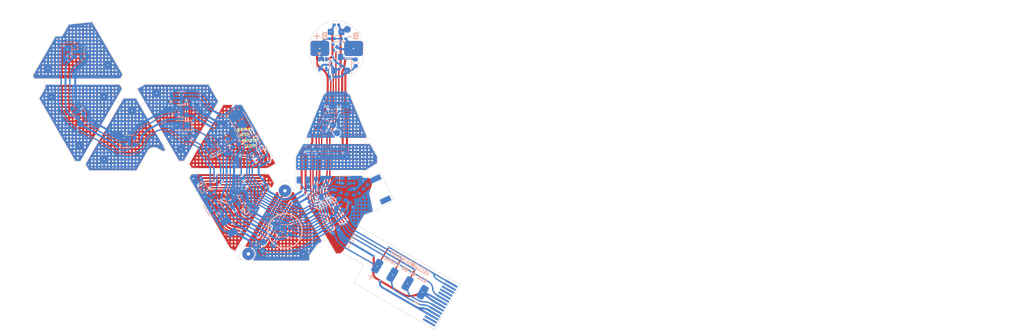
<source format=kicad_pcb>
(kicad_pcb (version 20241229) (generator "pcbnew") (generator_version "9.0")
  (title_block (title "FLX-F020") (date "2021-09-11") (rev "10") (company "Systemic Games, LLC") (comment 1 "Flexible PCB, 0.13mm thickness"))
  (layers (0 "F.Cu" signal) (2 "B.Cu" signal) (13 "F.Paste" user) (15 "B.Paste" user) (5 "F.SilkS" user "F.Silkscreen") (7 "B.SilkS" user "B.Silkscreen") (1 "F.Mask" user) (3 "B.Mask" user) (25 "Edge.Cuts" user))
  (net 0 "")
  (net 1 "GND")
  (net 2 "VDD")
  (net 3 "VDC")
  (net 4 "VEE")
  (net 5 "Net-(L1-Pad2)")
  (net 6 "+5V")
  (net 7 "/LED_EN")
  (net 8 "/ANTENNA")
  (net 9 "RESET")
  (net 10 "SWDCLK")
  (net 11 "SWDIO")
  (net 12 "/LED_DATA")
  (net 13 "+BATT")
  (net 14 "/STATS")
  (net 15 "/5V_SENSE")
  (net 16 "/VBAT_SENSE")
  (net 17 "/LED_RETURN")
  (net 18 "/SCL")
  (net 19 "/SDA")
  (net 20 "/ACC_INT")
  (net 21 "/ANTENNA_MECHANICAL")
  (net 22 "Net-(U1-DEC4)")
  (net 23 "/ANT_50")
  (net 24 "/ANT_NRF")
  (net 25 "/PROG")
  (net 26 "Net-(U1-XC2)")
  (net 27 "Net-(U1-DEC1)")
  (net 28 "Net-(U1-XC1)")
  (net 29 "/Wireless Charging/COILB")
  (net 30 "/Wireless Charging/COILA")
  (net 31 "Net-(U7-BAT)")
  (net 32 "/Wireless Charging/B-")
  (net 33 "Net-(D2-DOUT)")
  (net 34 "Net-(D3-DOUT)")
  (net 35 "Net-(D4-DOUT)")
  (net 36 "Net-(D5-DOUT)")
  (net 37 "Net-(D6-DOUT)")
  (net 38 "Net-(D7-DOUT)")
  (net 39 "Net-(D8-DOUT)")
  (net 45 "Net-(U1-DCC)")
  (net 46 "/OPT_A2D")
  (net 47 "/Wireless Charging/TH1")
  (net 48 "/SM")
  (net 49 "/SENSE_SELECT")
  (net 50 "/NTC_PHOTO_SENSE")
  (net 55 "/MAG1_")
  (net 56 "Net-(U1-DEC2)")
  (footprint "Pixels-dice:TX1812MWCA5-F01" (layer "B.Cu") (at 133.52 69.54 30)
    (property "Reference" "D5")
    (property "Value" "TX1812MWCA5-F01")
  )
  (footprint "Pixels-dice:TX1812MWCA5-F01" (layer "B.Cu") (at 133.52 78.22 30)
    (property "Reference" "D4")
    (property "Value" "TX1812MWCA5-F01")
  )
  (footprint "Pixels-dice:TX1812MWCA5-F01" (layer "B.Cu") (at 126 65.19 90)
    (property "Reference" "D6")
    (property "Value" "TX1812MWCA5-F01")
  )
  (footprint "Pixels-dice:C_0402_1005Metric" (layer "B.Cu") (at 128.39 75.15 -149)
    (property "Reference" "C16")
    (property "Value" "10uF 6.3V 20%")
  )
  (footprint "Pixels-dice:TX1812MWCA5-F01" (layer "B.Cu") (at 149.22 78.69 165)
    (property "Reference" "D2")
    (property "Value" "TX1812MWCA5-F01")
  )
  (footprint "Pixels-dice:TX1812MWCA5-F01" (layer "B.Cu") (at 118.41 69.55 90)
    (property "Reference" "D7")
    (property "Value" "TX1812MWCA5-F01")
  )
  (footprint "Pixels-dice:TX1812MWCA5-F01" (layer "B.Cu") (at 110.96 56.5)
    (property "Reference" "D9")
    (property "Value" "TX1812MWCA5-F01")
  )
  (footprint "Pixels-dice:TX1812MWCA5-F01" (layer "B.Cu") (at 110.94 65.18 30)
    (property "Reference" "D8")
    (property "Value" "TX1812MWCA5-F01")
  )
  (footprint "Pixels-dice:TestPoint_THTPad_D1.5mm_Drill0.7mm_nosilk" (layer "B.Cu") (at 135.74 85.92 150)
    (property "Reference" "P6")
    (property "Value" "COILB")
  )
  (footprint "Pixels-dice:TDFN-8-1EP_3x2mm_P0.5mm_EP1.3x1.4mm" (layer "B.Cu") (at 134.762244 67.118437 -60)
    (property "Reference" "U5")
    (property "Value" "BL24C02F-NTRC")
  )
  (footprint "Package_TO_SOT_SMD:SOT-553" (layer "B.Cu") (at 125.99 63.26)
    (property "Reference" "U8")
    (property "Value" "SL1605")
  )
  (footprint "Pixels-dice:TestPoint_THTPad_D1.5mm_Drill0.7mm_nosilk" (layer "B.Cu") (at 141.05 76.74 150)
    (property "Reference" "P5")
    (property "Value" "COILA")
  )
  (footprint "Pixels-dice:AW35122" (layer "B.Cu") (at 135.32 79.5 -125)
    (property "Reference" "U6")
    (property "Value" "AW35122")
  )
  (footprint "Capacitor_SMD:C_0201_0603Metric" (layer "B.Cu") (at 147.17 75.22 90)
    (property "Reference" "C7")
    (property "Value" "100pF NP0 10V 2%")
  )
  (footprint "Pixels-dice:C_1.2x1.8" (layer "B.Cu") (at 143.71 75.17)
    (property "Reference" "L1")
    (property "Value" "10uH 100mA 20%")
  )
  (footprint "Capacitor_SMD:C_0201_0603Metric" (layer "B.Cu") (at 151.15 75.31 -90)
    (property "Reference" "C5")
    (property "Value" "8pF 10V 10%")
  )
  (footprint "Capacitor_SMD:C_0201_0603Metric" (layer "B.Cu") (at 144.41 78.11 120)
    (property "Reference" "C3")
    (property "Value" "0.1uF 10V 20%")
  )
  (footprint "Capacitor_SMD:C_0201_0603Metric" (layer "B.Cu") (at 148.62 75.2 89)
    (property "Reference" "C2")
    (property "Value" "8pF 10V 10%")
  )
  (footprint "Resistor_SMD:R_0201_0603Metric" (layer "B.Cu") (at 137.59 72.05 30)
    (property "Reference" "R10")
    (property "Value" "3.9k 1%")
  )
  (footprint "Pixels-dice:WLCSP" (layer "B.Cu") (at 146.443205 77.859615 -150)
    (property "Reference" "U1")
    (property "Value" "NRF52810-CAAA-R")
  )
  (footprint "Capacitor_SMD:C_0201_0603Metric" (layer "B.Cu") (at 145.47 79.82 122)
    (property "Reference" "C10")
    (property "Value" "0.1uF 10V 20%")
  )
  (footprint "Pixels-dice:0402_RF" (layer "B.Cu") (at 148.18 76.96 75)
    (property "Reference" "C8")
    (property "Value" "0.8pF 10V 5% C0G")
  )
  (footprint "Pixels-dice:TX1812MWCA5-F01" (layer "B.Cu") (at 141.07 82.56 90)
    (property "Reference" "D3")
    (property "Value" "TX1812MWCA5-F01")
  )
  (footprint "Pixels-dice:C_0402_1005Metric" (layer "B.Cu") (at 134.52 77.09 120)
    (property "Reference" "C9")
    (property "Value" "10uF 6.3V 20%")
  )
  (footprint "Pixels-dice:C_0402_1005Metric" (layer "B.Cu") (at 129.74 77.41 -149)
    (property "Reference" "C18")
    (property "Value" "4.7uF 10V 20%")
  )
  (footprint "Pixels-dice:FPB1_1-4" (layer "B.Cu") (at 129.144131 76.319989 -149)
    (property "Reference" "U4")
    (property "Value" "ME6230")
  )
  (footprint "Resistor_SMD:R_0201_0603Metric" (layer "B.Cu") (at 130.15 71.45 125)
    (property "Reference" "R9")
    (property "Value" "100k 1%")
  )
  (footprint "Pixels-dice:C_0402_1005Metric" (layer "B.Cu") (at 148.45 82.65 32)
    (property "Reference" "C4")
    (property "Value" "4.7uF 10V 20%")
  )
  (footprint "Pixels-dice:Hongjie 10100 Solder Tabs" (layer "B.Cu") (at 148.577825 56.028319)
    (property "Reference" "J3")
    (property "Value" "Conn_01x02")
  )
  (footprint "Pixels-dice:SOT-363_SC-70-6" (layer "B.Cu") (at 130.76 79.28 -59)
    (property "Reference" "D1")
    (property "Value" "BAV99S" (hide yes))
  )
  (footprint "Inductor_SMD:L_0402_1005Metric" (layer "B.Cu") (at 144.91 76.16)
    (property "Reference" "L2")
    (property "Value" "15nH 100mA 5%")
  )
  (footprint "Pixels-dice:C_0402_1005Metric" (layer "B.Cu") (at 146.04 74.98)
    (property "Reference" "C1")
    (property "Value" "4.7uF 10V 20%")
  )
  (footprint "Capacitor_SMD:C_0201_0603Metric" (layer "B.Cu") (at 149.53 64.84 90)
    (property "Reference" "C21")
    (property "Value" "10nF 25V 10%")
  )
  (footprint "Resistor_SMD:R_0201_0603Metric" (layer "B.Cu") (at 147.069998 64.849997 -90)
    (property "Reference" "R7")
    (property "Value" "3.9M 1%")
  )
  (footprint "Resistor_SMD:R_0201_0603Metric" (layer "B.Cu") (at 150.18 64.84 -90)
    (property "Reference" "R2")
    (property "Value" "3.9M 1%")
  )
  (footprint "Resistor_SMD:R_0201_0603Metric" (layer "B.Cu") (at 147.639998 64.849999 90)
    (property "Reference" "R8")
    (property "Value" "10M 1%")
  )
  (footprint "Resistor_SMD:R_0201_0603Metric" (layer "B.Cu") (at 148.91 64.840003 -90)
    (property "Reference" "R1")
    (property "Value" "3.9M 1%")
  )
  (footprint "Capacitor_SMD:C_0201_0603Metric" (layer "B.Cu") (at 148.220119 64.840759 90)
    (property "Reference" "C22")
    (property "Value" "10nF 25V 10%")
  )
  (footprint "Pixels-dice:SX16Y032000B81T001" (layer "B.Cu") (at 149.9 75.290001)
    (property "Reference" "Y1")
    (property "Value" "32MHz 40ppm")
  )
  (footprint "Package_LGA:LGA-12_2x2mm_P0.5mm" (layer "B.Cu") (at 136.58 70.17 120)
    (property "Reference" "U2")
    (property "Value" "SC7A20HTR")
  )
  (footprint "Pixels-dice:0402_RF" (layer "B.Cu") (at 149.6 77.14 -15)
    (property "Reference" "L5")
    (property "Value" "3.9nH 5%")
  )
  (footprint "Resistor_SMD:R_0201_0603Metric" (layer "B.Cu") (at 127.77 66.23 -90)
    (property "Reference" "R5")
    (property "Value" "10k 1%")
  )
  (footprint "Capacitor_SMD:C_0805_2012Metric" (layer "B.Cu") (at 132.92 81.98 -59)
    (property "Reference" "C19" (hide yes))
    (property "Value" "12nF 50V 5% NP0")
  )
  (footprint "Pixels-dice:DFN1109-6" (layer "B.Cu") (at 130.98 70.82 35)
    (property "Reference" "U10")
    (property "Value" "WAS3157D-6/TR")
  )
  (footprint "Capacitor_SMD:C_0603_1608Metric" (layer "B.Cu") (at 148.5 53.63 180)
    (property "Reference" "C15" (hide yes))
    (property "Value" "22uF 10V 20%" (hide yes))
  )
  (footprint "Pixels-dice:TEST_PIN" (layer "B.Cu") (at 148.03 67.17)
    (property "Reference" "W17" (hide yes))
    (property "Value" "STAT")
  )
  (footprint "Capacitor_SMD:C_0201_0603Metric" (layer "B.Cu") (at 150.78 78.77 -70)
    (property "Reference" "C6")
    (property "Value" "0.1uF 10V 20%")
  )
  (footprint "Pixels-dice:0402_RF" (layer "B.Cu") (at 152.17 76.75 45)
    (property "Reference" "L3")
    (property "Value" "0 Ohm")
  )
  (footprint "Pixels-dice:TEST_PIN" (layer "B.Cu") (at 137.8 85.51)
    (property "Reference" "W21" (hide yes))
    (property "Value" "LED2")
  )
  (footprint "Capacitor_SMD:C_0201_0603Metric" (layer "B.Cu") (at 149.59 54.61)
    (property "Reference" "C23" (hide yes))
    (property "Value" "0.1uF 10V 20%" (hide yes))
  )
  (footprint "Pixels-dice:TEST_PIN" (layer "B.Cu") (at 150.13 53.25)
    (property "Reference" "W15" (hide yes))
    (property "Value" "+5V" (hide yes))
  )
  (footprint "Pixels-dice:TEST_PIN" (layer "B.Cu") (at 148.64 68.32)
    (property "Reference" "W5" (hide yes))
    (property "Value" "SM")
  )
  (footprint "Pixels-dice:TEST_PIN" (layer "B.Cu") (at 111.26 66.97)
    (property "Reference" "W4" (hide yes))
    (property "Value" "VDC")
  )
  (footprint "Pixels-dice:CHIP_ANT" (layer "B.Cu") (at 154.251549 74.999277 25)
    (property "Reference" "AE1")
    (property "Value" "Antenna_Chip" (hide yes))
  )
  (footprint "Pixels-dice:0402_RF" (layer "B.Cu") (at 151.09 76.89 90)
    (property "Reference" "C12" (hide yes))
    (property "Value" "DNP")
  )
  (footprint "Pixels-dice:TEST_PIN" (layer "B.Cu") (at 137.91 84.23)
    (property "Reference" "W16" (hide yes))
    (property "Value" "VIN")
  )
  (footprint "Pixels-dice:R_0402_1005Metric" (layer "B.Cu") (at 129.95 70.29 35)
    (property "Reference" "TH1")
    (property "Value" "NTC 100k @ 25C")
  )
  (footprint "Pixels-dice:SOT-23" (layer "B.Cu") (at 149.14 58.28 -90)
    (property "Reference" "U3" (hide yes))
    (property "Value" "PJ75BL50SA" (hide yes))
  )
  (footprint "Package_DFN_QFN:UDFN-4-1EP_1x1mm_P0.65mm_EP0.48x0.48mm" (layer "B.Cu") (at 148.609999 55.814999 180)
    (property "Reference" "U7" (hide yes))
    (property "Value" "DS6101" (hide yes))
  )
  (footprint "Resistor_SMD:R_0201_0603Metric" (layer "B.Cu") (at 137.28 71.51 30)
    (property "Reference" "R11")
    (property "Value" "3.9k 1%")
  )
  (footprint "Resistor_SMD:R_0201_0603Metric" (layer "B.Cu") (at 147.87 60.13)
    (property "Reference" "R6" (hide yes))
    (property "Value" "3.9k 1%" (hide yes))
  )
  (footprint "Pixels-dice:TEST_PIN" (layer "B.Cu") (at 146.78 67.66)
    (property "Reference" "W2" (hide yes))
    (property "Value" "PROG")
  )
  (footprint "Pixels-dice:FPC_14" (layer "B.Cu") (at 162.02 95.89 60)
    (property "Reference" "J1")
    (property "Value" "Conn_01x14")
  )
  (footprint "Diode_SMD:D_0603_1608Metric" (layer "B.Cu") (at 126.01 67.230002 180)
    (property "Reference" "Q1")
    (property "Value" "ZSPT-Z1608C-06F-Z4")
  )
  (footprint "Resistor_SMD:R_0201_0603Metric" (layer "B.Cu") (at 147.92 54.61)
    (property "Reference" "R12" (hide yes))
    (property "Value" "510R 1%" (hide yes))
  )
  (footprint "Package_TO_SOT_SMD:SOT-553" (layer "B.Cu") (at 146.56 58.3075 -90)
    (property "Reference" "U9" (hide yes))
    (property "Value" "XT4051" (hide yes))
  )
  (footprint "Pixels-dice:TEST_PIN" (layer "B.Cu") (at 116.66 68.58)
    (property "Reference" "W19" (hide yes))
    (property "Value" "GND")
  )
  (footprint "Pixels-dice:0402_RF" (layer "B.Cu") (at 152.75 75.57 140)
    (property "Reference" "C11" (hide yes))
    (property "Value" "DNP")
  )
  (footprint "Capacitor_SMD:C_0201_0603Metric" (layer "B.Cu") (at 109.4 56.49 90)
    (property "Reference" "C14")
    (property "Value" "0.1uF 10V 20%")
  )
  (footprint "Pixels-dice:FPC-POGO-4" (layer "B.Cu") (at 157.782328 89.60446 -30)
    (property "Reference" "J2")
    (property "Value" "Conn_01x04")
  )
  (footprint "Capacitor_SMD:C_0402_1005Metric" (layer "B.Cu") (at 151.34 58.1 -90)
    (property "Reference" "C13" (hide yes))
    (property "Value" "4.7uF 25V 20%" (hide yes))
  )
  (footprint "Pixels-dice:TEST_PIN" (layer "B.Cu") (at 139.41 84.59)
    (property "Reference" "W25" (hide yes))
    (property "Value" "VDD")
  )
  (footprint "Resistor_SMD:R_0201_0603Metric" (layer "B.Cu") (at 148.539999 52.590001 180)
    (property "Reference" "R4" (hide yes))
    (property "Value" "10k 1%" (hide yes))
  )
  (gr_circle (center 141.05 82.57) (end 143.55 82.57) (stroke (width 0.2)) (fill no) (layer "B.SilkS"))
  (gr_line (start 156.367 77.005) (end 155.131804 74.247198) (stroke (width 0.05)) (layer "Edge.Cuts"))
  (gr_arc (start 144.47 69.736942) (mid 144.440428 69.800028) (end 144.365693 69.83) (stroke (width 0.05)) (layer "Edge.Cuts"))
  (gr_arc (start 152.462 57.427214) (mid 151.744271 58.961859) (end 150.455671 60.061752) (stroke (width 0.05)) (layer "Edge.Cuts"))
  (gr_arc (start 138.328823 74.23) (mid 138.187506 74.16434) (end 138.128817 74.0176) (stroke (width 0.05)) (layer "Edge.Cuts"))
  (gr_line (start 144.365693 69.83) (end 143.66 69.83) (stroke (width 0.05)) (layer "Edge.Cuts"))
  (gr_line (start 152.766046 69.14) (end 153.16 69.14) (stroke (width 0.05)) (layer "Edge.Cuts"))
  (gr_line (start 105.2 63.31) (end 110.52 72.53) (stroke (width 0.05)) (layer "Edge.Cuts"))
  (gr_arc (start 123.473966 70.300046) (mid 123.45278 70.150467) (end 123.5449 70.029513) (stroke (width 0.05)) (layer "Edge.Cuts"))
  (gr_line (start 125.59 72.48) (end 126.4 72.48) (stroke (width 0.05)) (layer "Edge.Cuts"))
  (gr_line (start 142.149774 76.489608) (end 141.45 75.28) (stroke (width 0.05)) (layer "Edge.Cuts"))
  (gr_line (start 144.69 87.01) (end 144.69 86.17) (stroke (width 0.05)) (layer "Edge.Cuts"))
  (gr_line (start 144.47 69.23) (end 144.47 69.736942) (stroke (width 0.05)) (layer "Edge.Cuts"))
  (gr_line (start 139.83 72.81) (end 134.83 64.13) (stroke (width 0.05)) (layer "Edge.Cuts"))
  (gr_line (start 116.896764 63.887048) (end 116.625392 63.736286) (stroke (width 0.05)) (layer "Edge.Cuts"))
  (gr_arc (start 127.329615 71.864851) (mid 127.424245 71.983667) (end 127.401925 72.148138) (stroke (width 0.05)) (layer "Edge.Cuts"))
  (gr_line (start 117.15 60.5) (end 117.53 59.82) (stroke (width 0.05)) (layer "Edge.Cuts"))
  (gr_line (start 127.073768 71.716958) (end 127.330115 71.86485) (stroke (width 0.05)) (layer "Edge.Cuts"))
  (gr_line (start 153.48 69.84) (end 152.759866 69.84) (stroke (width 0.05)) (layer "Edge.Cuts"))
  (gr_line (start 141.45 75.28) (end 140.64 75.28) (stroke (width 0.05)) (layer "Edge.Cuts"))
  (gr_arc (start 150.19238 60.502607) (mid 150.263148 60.245757) (end 150.455671 60.061752) (stroke (width 0.05)) (layer "Edge.Cuts"))
  (gr_arc (start 142.971 73.82) (mid 143.041147 73.849053) (end 143.07 73.925496) (stroke (width 0.05)) (layer "Edge.Cuts"))
  (gr_line (start 144.662 57.427214) (end 144.662 55.149581) (stroke (width 0.05)) (layer "Edge.Cuts"))
  (gr_line (start 112.509 73.8625) (end 119.492 73.8756) (stroke (width 0.05)) (layer "Edge.Cuts"))
  (gr_line (start 119.46 61.86) (end 120.559976 63.779958) (stroke (width 0.05)) (layer "Edge.Cuts"))
  (gr_line (start 106.12 61.72) (end 105.2 63.31) (stroke (width 0.05)) (layer "Edge.Cuts"))
  (gr_line (start 139.781862 76.561058) (end 139.332789 76.305902) (stroke (width 0.05)) (layer "Edge.Cuts"))
  (gr_line (start 146.627277 62.620727) (end 146.684939 62.620568) (stroke (width 0.05)) (layer "Edge.Cuts"))
  (gr_line (start 127.401925 72.148138) (end 127.01 72.83) (stroke (width 0.05)) (layer "Edge.Cuts"))
  (gr_line (start 123.5449 70.029513) (end 123.830602 69.852182) (stroke (width 0.05)) (layer "Edge.Cuts"))
  (gr_arc (start 134.9396 84.75) (mid 135.035424 84.874778) (end 135.009541 85.029961) (stroke (width 0.05)) (layer "Edge.Cuts"))
  (gr_line (start 138.78 74.23) (end 138.328823 74.23) (stroke (width 0.05)) (layer "Edge.Cuts"))
  (gr_line (start 142.56 71.73) (end 142.56 73.82) (stroke (width 0.05)) (layer "Edge.Cuts"))
  (gr_line (start 117.53 59.82) (end 113.05 52.09) (stroke (width 0.05)) (layer "Edge.Cuts"))
  (gr_line (start 127.41 74.23) (end 127.04 74.88) (stroke (width 0.05)) (layer "Edge.Cuts"))
  (gr_arc (start 142.278201 76.531047) (mid 142.206086 76.538936) (end 142.149774 76.489608) (stroke (width 0.05)) (layer "Edge.Cuts"))
  (gr_line (start 116.560063 63.470957) (end 117.46 61.9) (stroke (width 0.05)) (layer "Edge.Cuts"))
  (gr_arc (start 128.323823 74.029987) (mid 128.26355 74.169734) (end 128.111098 74.23) (stroke (width 0.05)) (layer "Edge.Cuts"))
  (gr_line (start 135.01 85.03) (end 134.2 86.43) (stroke (width 0.05)) (layer "Edge.Cuts"))
  (gr_arc (start 144.662001 55.149581) (mid 148.562 52.0384) (end 152.461999 55.149581) (stroke (width 0.05)) (layer "Edge.Cuts"))
  (gr_line (start 154.56 72.76) (end 154.56 71.73) (stroke (width 0.05)) (layer "Edge.Cuts"))
  (gr_line (start 112.294723 72.245507) (end 111.93 72.88) (stroke (width 0.05)) (layer "Edge.Cuts"))
  (gr_arc (start 111.695369 71.894118) (mid 111.816157 71.80421) (end 111.97073 71.827164) (stroke (width 0.05)) (layer "Edge.Cuts"))
  (gr_line (start 117.06 61.2) (end 116.250031 61.2) (stroke (width 0.05)) (layer "Edge.Cuts"))
  (gr_line (start 107.63 54.16) (end 104.27 59.99) (stroke (width 0.05)) (layer "Edge.Cuts"))
  (gr_line (start 152.66 69.728164) (end 152.66 69.237633) (stroke (width 0.05)) (layer "Edge.Cuts"))
  (gr_line (start 119.492 73.8756) (end 121.13 71) (stroke (width 0.05)) (layer "Edge.Cuts"))
  (gr_line (start 104.56 60.5) (end 106.021 60.5) (stroke (width 0.05)) (layer "Edge.Cuts"))
  (gr_line (start 162.81 96.93) (end 166.57 90.41) (stroke (width 0.05)) (layer "Edge.Cuts"))
  (gr_line (start 132.97 85.14) (end 133.84 85.65) (stroke (width 0.05)) (layer "Edge.Cuts"))
  (gr_line (start 151.1 90.17) (end 162.81 96.93) (stroke (width 0.05)) (layer "Edge.Cuts"))
  (gr_arc (start 112.228579 71.975924) (mid 112.316711 72.094523) (end 112.294723 72.245507) (stroke (width 0.05)) (layer "Edge.Cuts"))
  (gr_arc (start 116.250031 61.2) (mid 116.179789 61.17011) (end 116.15 61.092993) (stroke (width 0.05)) (layer "Edge.Cuts"))
  (gr_arc (start 149.332876 85.785111) (mid 149.388425 85.748626) (end 149.459527 85.759956) (stroke (width 0.05)) (layer "Edge.Cuts"))
  (gr_line (start 143.07 73.925496) (end 143.069999 74.419993) (stroke (width 0.05)) (layer "Edge.Cuts"))
  (gr_arc (start 152.759866 69.84) (mid 152.69026 69.80954) (end 152.66 69.728164) (stroke (width 0.05)) (layer "Edge.Cuts"))
  (gr_line (start 138.328734 73.530072) (end 138.58 73.53) (stroke (width 0.05)) (layer "Edge.Cuts"))
  (gr_arc (start 147.0005 83.900001) (mid 147.149855 83.87965) (end 147.278541 83.984781) (stroke (width 0.05)) (layer "Edge.Cuts"))
  (gr_arc (start 126.799892 71.785758) (mid 126.920833 71.693651) (end 127.073768 71.716958) (stroke (width 0.05)) (layer "Edge.Cuts"))
  (gr_line (start 127.04 74.88) (end 132.97 85.14) (stroke (width 0.05)) (layer "Edge.Cuts"))
  (gr_line (start 143.66 69.83) (end 142.56 71.73) (stroke (width 0.05)) (layer "Edge.Cuts"))
  (gr_line (start 144.69 86.17) (end 145.86 84.56) (stroke (width 0.05)) (layer "Edge.Cuts"))
  (gr_arc (start 130.997601 64.768595) (mid 130.938507 64.695835) (end 130.950349 64.60003) (stroke (width 0.05)) (layer "Edge.Cuts"))
  (gr_arc (start 131.539959 64.969726) (mid 131.482575 65.015231) (end 131.394472 65.00091) (stroke (width 0.05)) (layer "Edge.Cuts"))
  (gr_line (start 127.01 72.83) (end 127.41 73.53) (stroke (width 0.05)) (layer "Edge.Cuts"))
  (gr_arc (start 106.021 60.5) (mid 106.091217 60.529083) (end 106.12 60.607012) (stroke (width 0.05)) (layer "Edge.Cuts"))
  (gr_arc (start 120.559976 63.779958) (mid 120.57864 63.9289) (end 120.477835 64.057019) (stroke (width 0.05)) (layer "Edge.Cuts"))
  (gr_line (start 128.111098 74.23) (end 127.41 74.23) (stroke (width 0.05)) (layer "Edge.Cuts"))
  (gr_line (start 150.19238 60.502607) (end 150.193894 62.364993) (stroke (width 0.05)) (layer "Edge.Cuts"))
  (gr_line (start 146.627277 62.620727) (end 143.971191 69.130242) (stroke (width 0.05)) (layer "Edge.Cuts"))
  (gr_arc (start 146.664344 60.059608) (mid 146.856795 60.243147) (end 146.927935 60.499397) (stroke (width 0.05)) (layer "Edge.Cuts"))
  (gr_line (start 155 79.21) (end 156.67 78.26) (stroke (width 0.05)) (layer "Edge.Cuts"))
  (gr_arc (start 138.128974 73.7236) (mid 138.189268 73.583194) (end 138.328734 73.530072) (stroke (width 0.05)) (layer "Edge.Cuts"))
  (gr_line (start 130.95 64.6) (end 131.45 63.73) (stroke (width 0.05)) (layer "Edge.Cuts"))
  (gr_line (start 119.946688 64.124189) (end 119.42 63.2) (stroke (width 0.05)) (layer "Edge.Cuts"))
  (gr_line (start 156.776285 77.918804) (end 156.367 77.005) (stroke (width 0.05)) (layer "Edge.Cuts"))
  (gr_line (start 152.86 73.82) (end 154.56 72.76) (stroke (width 0.05)) (layer "Edge.Cuts"))
  (gr_arc (start 121.130103 70.999995) (mid 121.737265 70.526844) (end 122.499216 70.629557) (stroke (width 0.05)) (layer "Edge.Cuts"))
  (gr_line (start 111.97073 71.827164) (end 112.228579 71.975924) (stroke (width 0.05)) (layer "Edge.Cuts"))
  (gr_line (start 126.4 72.48) (end 126.799892 71.785758) (stroke (width 0.05)) (layer "Edge.Cuts"))
  (gr_line (start 120.477835 64.057019) (end 120.223373 64.203823) (stroke (width 0.05)) (layer "Edge.Cuts"))
  (gr_line (start 134.6935 84.607789) (end 134.94 84.75) (stroke (width 0.05)) (layer "Edge.Cuts"))
  (gr_line (start 139.310812 76.178463) (end 139.59 75.65) (stroke (width 0.05)) (layer "Edge.Cuts"))
  (gr_arc (start 150.444595 62.610154) (mid 150.267437 62.537226) (end 150.193894 62.364993) (stroke (width 0.05)) (layer "Edge.Cuts"))
  (gr_line (start 128.323823 73.733936) (end 128.323823 74.029987) (stroke (width 0.05)) (layer "Edge.Cuts"))
  (gr_line (start 127.41 73.53) (end 128.127688 73.53) (stroke (width 0.05)) (layer "Edge.Cuts"))
  (gr_line (start 150.444595 62.610154) (end 150.5 62.61) (stroke (width 0.05)) (layer "Edge.Cuts"))
  (gr_line (start 145.86 84.56) (end 147 83.9) (stroke (width 0.05)) (layer "Edge.Cuts"))
  (gr_line (start 152.392812 87.455844) (end 149.46 85.76) (stroke (width 0.05)) (layer "Edge.Cuts"))
  (gr_arc (start 144.377999 69.130242) (mid 144.440937 69.158963) (end 144.4699 69.23) (stroke (width 0.05)) (layer "Edge.Cuts"))
  (gr_line (start 120.61 61.2) (end 119.46 61.86) (stroke (width 0.05)) (layer "Edge.Cuts"))
  (gr_arc (start 152.66 69.237633) (mid 152.690065 69.170165) (end 152.766046 69.14) (stroke (width 0.05)) (layer "Edge.Cuts"))
  (gr_line (start 123.35 71.11) (end 123.78 70.84) (stroke (width 0.05)) (layer "Edge.Cuts"))
  (gr_arc (start 128.127688 73.53) (mid 128.265892 73.588024) (end 128.323823 73.733936) (stroke (width 0.05)) (layer "Edge.Cuts"))
  (gr_line (start 106.12 60.607012) (end 106.12 61.1) (stroke (width 0.05)) (layer "Edge.Cuts"))
  (gr_arc (start 146.931689 62.370098) (mid 146.858858 62.546979) (end 146.684939 62.620568) (stroke (width 0.05)) (layer "Edge.Cuts"))
  (gr_line (start 166.57 90.41) (end 151.76 81.86) (stroke (width 0.05)) (layer "Edge.Cuts"))
  (gr_arc (start 120.223373 64.203823) (mid 120.075942 64.22209) (end 119.946803 64.124123) (stroke (width 0.05)) (layer "Edge.Cuts"))
  (gr_line (start 116.15 61.092993) (end 116.15 60.602318) (stroke (width 0.05)) (layer "Edge.Cuts"))
  (gr_line (start 154.56 71.73) (end 153.48 69.84) (stroke (width 0.05)) (layer "Edge.Cuts"))
  (gr_line (start 135.19 87) (end 144.69 87.01) (stroke (width 0.05)) (layer "Edge.Cuts"))
  (gr_arc (start 116.15 60.602318) (mid 116.176923 60.527123) (end 116.249762 60.5) (stroke (width 0.05)) (layer "Edge.Cuts"))
  (gr_line (start 129.99 61.2) (end 120.61 61.2) (stroke (width 0.05)) (layer "Edge.Cuts"))
  (gr_line (start 138.128607 74.0176) (end 138.128607 73.7236) (stroke (width 0.05)) (layer "Edge.Cuts"))
  (gr_line (start 104.27 59.99) (end 104.56 60.5) (stroke (width 0.05)) (layer "Edge.Cuts"))
  (gr_line (start 142.56 75.82) (end 142.749997 76.139996) (stroke (width 0.05)) (layer "Edge.Cuts"))
  (gr_arc (start 152.43 73.922318) (mid 152.456923 73.847123) (end 152.529762 73.82) (stroke (width 0.05)) (layer "Edge.Cuts"))
  (gr_line (start 111.33 72.53) (end 111.695369 71.894118) (stroke (width 0.05)) (layer "Edge.Cuts"))
  (gr_line (start 119.42 63.2) (end 117.52 63.2) (stroke (width 0.05)) (layer "Edge.Cuts"))
  (gr_line (start 116.249762 60.5) (end 117.15 60.5) (stroke (width 0.05)) (layer "Edge.Cuts"))
  (gr_arc (start 154.810726 74.119296) (mid 154.997788 74.119181) (end 155.131804 74.247198) (stroke (width 0.05)) (layer "Edge.Cuts"))
  (gr_line (start 110.52 72.53) (end 111.33 72.53) (stroke (width 0.05)) (layer "Edge.Cuts"))
  (gr_line (start 153.25 74.75) (end 152.529922 74.75) (stroke (width 0.05)) (layer "Edge.Cuts"))
  (gr_line (start 146.927935 60.499397) (end 146.931689 62.370098) (stroke (width 0.05)) (layer "Edge.Cuts"))
  (gr_line (start 124.114193 69.920472) (end 125.59 72.48) (stroke (width 0.05)) (layer "Edge.Cuts"))
  (gr_line (start 113.05 52.09) (end 109.54 52.46) (stroke (width 0.05)) (layer "Edge.Cuts"))
  (gr_line (start 138.58 73.53) (end 139.83 72.81) (stroke (width 0.05)) (layer "Edge.Cuts"))
  (gr_arc (start 152.529922 74.75) (mid 152.460852 74.719048) (end 152.43 74.636288) (stroke (width 0.05)) (layer "Edge.Cuts"))
  (gr_line (start 153.16 69.14) (end 150.5 62.61) (stroke (width 0.05)) (layer "Edge.Cuts"))
  (gr_arc (start 134.4002 84.68) (mid 134.523852 84.582726) (end 134.6935 84.607789) (stroke (width 0.05)) (layer "Edge.Cuts"))
  (gr_line (start 131.394472 65.00091) (end 130.997601 64.768595) (stroke (width 0.05)) (layer "Edge.Cuts"))
  (gr_line (start 152.462 55.149581) (end 152.462 57.427214) (stroke (width 0.05)) (layer "Edge.Cuts"))
  (gr_line (start 147.278541 83.984781) (end 148.42 85.96) (stroke (width 0.05)) (layer "Edge.Cuts"))
  (gr_arc (start 139.332789 76.305902) (mid 139.295316 76.251773) (end 139.310812 76.178463) (stroke (width 0.05)) (layer "Edge.Cuts"))
  (gr_arc (start 156.776285 77.918804) (mid 156.791554 78.111738) (end 156.669693 78.259987) (stroke (width 0.05)) (layer "Edge.Cuts"))
  (gr_line (start 108.58 54.16) (end 109.54 52.46) (stroke (width 0.05)) (layer "Edge.Cuts"))
  (gr_line (start 152.65 80.3) (end 153.89 79.86) (stroke (width 0.05)) (layer "Edge.Cuts"))
  (gr_line (start 154.810726 74.119296) (end 153.25 74.75) (stroke (width 0.05)) (layer "Edge.Cuts"))
  (gr_line (start 117.52 63.2) (end 117.170292 63.819934) (stroke (width 0.05)) (layer "Edge.Cuts"))
  (gr_line (start 142.710339 76.279802) (end 142.278201 76.531047) (stroke (width 0.05)) (layer "Edge.Cuts"))
  (gr_arc (start 142.749997 76.139996) (mid 142.762886 76.219386) (end 142.710339 76.279802) (stroke (width 0.05)) (layer "Edge.Cuts"))
  (gr_line (start 151.1 90.17) (end 152.473225 87.724256) (stroke (width 0.05)) (layer "Edge.Cuts"))
  (gr_arc (start 139.923129 76.524567) (mid 139.857526 76.577803) (end 139.781862 76.561058) (stroke (width 0.05)) (layer "Edge.Cuts"))
  (gr_arc (start 152.392812 87.455844) (mid 152.49038 87.580656) (end 152.473225 87.724256) (stroke (width 0.05)) (layer "Edge.Cuts"))
  (gr_line (start 151.76 81.86) (end 152.65 80.3) (stroke (width 0.05)) (layer "Edge.Cuts"))
  (gr_arc (start 143.069999 74.419993) (mid 143.038102 74.488102) (end 142.950007 74.519999) (stroke (width 0.05)) (layer "Edge.Cuts"))
  (gr_line (start 106.12 61.1) (end 106.12 61.72) (stroke (width 0.05)) (layer "Edge.Cuts"))
  (gr_line (start 142.56 74.52) (end 142.56 75.82) (stroke (width 0.05)) (layer "Edge.Cuts"))
  (gr_arc (start 123.830602 69.852182) (mid 123.989053 69.824363) (end 124.114193 69.920472) (stroke (width 0.05)) (layer "Edge.Cuts"))
  (gr_line (start 122.499216 70.629557) (end 123.35 71.11) (stroke (width 0.05)) (layer "Edge.Cuts"))
  (gr_line (start 133.84 85.65) (end 134.4 84.68) (stroke (width 0.05)) (layer "Edge.Cuts"))
  (gr_arc (start 117.170292 63.819934) (mid 117.050517 63.912018) (end 116.896764 63.887048) (stroke (width 0.05)) (layer "Edge.Cuts"))
  (gr_line (start 132.03 64.13) (end 131.540109 64.969813) (stroke (width 0.05)) (layer "Edge.Cuts"))
  (gr_line (start 117.46 61.9) (end 117.06 61.2) (stroke (width 0.05)) (layer "Edge.Cuts"))
  (gr_line (start 143.971191 69.130242) (end 144.377999 69.130242) (stroke (width 0.05)) (layer "Edge.Cuts"))
  (gr_line (start 134.2 86.43) (end 135.19 87) (stroke (width 0.05)) (layer "Edge.Cuts"))
  (gr_arc (start 116.625392 63.736286) (mid 116.53791 63.619469) (end 116.560063 63.470957) (stroke (width 0.05)) (layer "Edge.Cuts"))
  (gr_line (start 148.42 85.96) (end 149.23 85.96) (stroke (width 0.05)) (layer "Edge.Cuts"))
  (gr_line (start 152.529762 73.82) (end 152.86 73.82) (stroke (width 0.05)) (layer "Edge.Cuts"))
  (gr_line (start 111.93 72.88) (end 112.509 73.8625) (stroke (width 0.05)) (layer "Edge.Cuts"))
  (gr_line (start 131.45 63.73) (end 129.99 61.2) (stroke (width 0.05)) (layer "Edge.Cuts"))
  (gr_line (start 142.56 73.82) (end 142.971 73.82) (stroke (width 0.05)) (layer "Edge.Cuts"))
  (gr_line (start 140.64 75.28) (end 139.923129 76.524567) (stroke (width 0.05)) (layer "Edge.Cuts"))
  (gr_line (start 152.43 74.636288) (end 152.43 73.922318) (stroke (width 0.05)) (layer "Edge.Cuts"))
  (gr_line (start 149.23 85.96) (end 149.332876 85.785111) (stroke (width 0.05)) (layer "Edge.Cuts"))
  (gr_line (start 108.58 54.16) (end 107.63 54.16) (stroke (width 0.05)) (layer "Edge.Cuts"))
  (gr_line (start 142.950007 74.519999) (end 142.56 74.52) (stroke (width 0.05)) (layer "Edge.Cuts"))
  (gr_line (start 123.473966 70.300046) (end 123.78 70.84) (stroke (width 0.05)) (layer "Edge.Cuts"))
  (gr_line (start 153.89 79.86) (end 155 79.21) (stroke (width 0.05)) (layer "Edge.Cuts"))
  (gr_arc (start 146.664344 60.059608) (mid 145.37836 58.96006) (end 144.662 57.427214) (stroke (width 0.05)) (layer "Edge.Cuts"))
  (gr_line (start 134.83 64.13) (end 132.03 64.13) (stroke (width 0.05)) (layer "Edge.Cuts"))
  (gr_line (start 139.59 75.65) (end 138.78 74.23) (stroke (width 0.05)) (layer "Edge.Cuts"))
  (gr_text "game\n with\n  pixels\n   .com" (at 134 70.45 0) (layer "F.SilkS") (effects (font (size 0.5 0.5) (thickness 0.1) (bold yes)) (justify left bottom)))
  (gr_text "SYSTEMIC GAMES" (at 159.25 87.2 150) (layer "B.SilkS" knockout) (effects (font (size 0.5 0.5) (thickness 0.12)) (justify mirror)))
  (gr_text "B+" (at 146.22 54.28 0) (layer "B.SilkS") (effects (font (size 1 1) (thickness 0.2) (bold yes)) (justify mirror)))
  (gr_text "B-" (at 151.05 54.3 0) (layer "B.SilkS") (effects (font (size 1 1) (thickness 0.125)) (justify mirror)))
  (gr_text "-CUT-" (at 150.82 84 61) (layer "B.SilkS") (effects (font (size 0.5 0.5) (thickness 0.1)) (justify mirror)))
  (gr_text "PIXELS D8 V8 PCB" (at 158.65 88.15 150) (layer "B.SilkS") (effects (font (size 0.5 0.5) (thickness 0.12)) (justify mirror)))
  (segment (start 145.300426 79.548628) (end 146.410377 81.796703) (width 0.3) (layer "F.Cu") (net 1))
  (segment (start 129.326165 77.65) (end 131.780695 79.716673) (width 0.3) (layer "F.Cu") (net 1))
  (segment (start 146.71641 77.932819) (end 146.370001 78.13282) (width 0.3) (layer "F.Cu") (net 1))
  (segment (start 149.886512 63.164777) (end 150.179998 64.519997) (width 0.3) (layer "F.Cu") (net 1))
  (segment (start 160.065942 91.90473) (end 161.081885 91.50946) (width 0.3) (layer "F.Cu") (net 1))
  (segment (start 134.881453 76.924835) (end 134.28 76.674311) (width 0.3) (layer "F.Cu") (net 1))
  (segment (start 150.078506 67.026495) (end 150.07 71.79) (width 0.3) (layer "F.Cu") (net 1))
  (segment (start 147.725001 53.629997) (end 147.8475 53.769998) (width 0.3) (layer "F.Cu") (net 1))
  (segment (start 146.938205 78.296409) (end 146.71641 77.932819) (width 0.2) (layer "F.Cu") (net 1))
  (segment (start 154.371933 89.513066) (end 154.863867 89.806133) (width 0.3) (layer "F.Cu") (net 1))
  (segment (start 146.066144 74.978917) (end 146.07 71.79) (width 0.3) (layer "F.Cu") (net 1))
  (segment (start 145.974503 75.92) (end 146.015462 75.59) (width 0.3) (layer "F.Cu") (net 1))
  (segment (start 158.11347 91.742067) (end 154.863867 89.806133) (width 0.3) (layer "F.Cu") (net 1))
  (segment (start 149.84 59.748044) (end 149.84 62.730242) (width 0.3) (layer "F.Cu") (net 1))
  (segment (start 148.140177 80.519823) (end 148.200575 80.634425) (width 0.3) (layer "F.Cu") (net 1))
  (segment (start 148.305068 80.870834) (end 148.857064 82.395642) (width 0.3) (layer "F.Cu") (net 1))
  (segment (start 147.97 54.096028) (end 147.97 55.19) (width 0.3) (layer "F.Cu") (net 1))
  (segment (start 153.901336 88.647783) (end 153.99 86.27) (width 0.3) (layer "F.Cu") (net 1))
  (segment (start 143.635095 80.505095) (end 142.736128 78.706903) (width 0.3) (layer "F.Cu") (net 1))
  (segment (start 147.62967 57.431198) (end 147.97 57.140974) (width 0.3) (layer "F.Cu") (net 1))
  (segment (start 133.590513 77.342132) (end 134.28 76.674311) (width 0.3) (layer "F.Cu") (net 1))
  (segment (start 143.635095 80.505095) (end 141.644429 80.915414) (width 0.3) (layer "F.Cu") (net 1))
  (segment (start 149.95 59.43) (end 150.06 59.29) (width 0.3) (layer "F.Cu") (net 1))
  (segment (start 135.668182 79.438606) (end 135.675585 78.587548) (width 0.3) (layer "F.Cu") (net 1))
  (segment (start 148.140177 80.519823) (end 147.358571 79.036776) (width 0.3) (layer "F.Cu") (net 1))
  (segment (start 133.7 67.98) (end 130.367768 69.997476) (width 0.3) (layer "F.Cu") (net 1))
  (segment (start 135.982243 69.634654) (end 133.7 67.98) (width 0.3) (layer "F.Cu") (net 1))
  (segment (start 150.179615 81.656164) (end 150.271468 81.542179) (width 0.3) (layer "F.Cu") (net 1))
  (segment (start 148.857064 82.395642) (end 148.515738 82.990939) (width 0.3) (layer "F.Cu") (net 1))
  (segment (start 129.326165 77.65) (end 133.590513 77.342132) (width 0.3) (layer "F.Cu") (net 1))
  (segment (start 147.524715 83.324497) (end 147.213777 82.985654) (width 0.3) (layer "F.Cu") (net 1))
  (segment (start 125.275 64.69) (end 125.2225 67.230002) (width 0.3) (layer "F.Cu") (net 1))
  (segment (start 146.040679 75.386825) (end 146.015462 75.59) (width 0.3) (layer "F.Cu") (net 1))
  (segment (start 150.75472 80.36931) (end 150.889448 79.070702) (width 0.3) (layer "F.Cu") (net 1))
  (segment (start 134.55 71.03) (end 136.311731 71.205346) (width 0.3) (layer "F.Cu") (net 1))
  (segment (start 147.97 57.140974) (end 147.97 55.19) (width 0.3) (layer "F.Cu") (net 1))
  (segment (start 146.869998 57.645001) (end 147.144999 57.6275) (width 0.3) (layer "F.Cu") (net 1))
  (segment (start 150.129999 65.354998) (end 150.179998 64.519997) (width 0.3) (layer "F.Cu") (net 1))
  (segment (start 148.848532 82.309689) (end 148.857064 82.395642) (width 0.3) (layer "F.Cu") (net 1))
  (segment (start 148.925238 82.209769) (end 149.348234 82.140458) (width 0.3) (layer "F.Cu") (net 1))
  (segment (start 140.345 82.06) (end 140.6925 81.55) (width 0.3) (layer "F.Cu") (net 1))
  (segment (start 145.97 77.44) (end 145.943726 76.582376) (width 0.3) (layer "F.Cu") (net 1))
  (segment (start 111.46 55.775) (end 109.4 56.18) (width 0.3) (layer "F.Cu") (net 1))
  (segment (start 136.311731 71.205346) (end 135.982243 69.634654) (width 0.3) (layer "F.Cu") (net 1))
  (via (at 147.920003 76.508947) (size 0.3) (drill 0.15) (layers "F.Cu" "B.Cu") (net 1))
  (via (at 131.780695 79.716673) (size 0.3) (drill 0.15) (layers "F.Cu" "B.Cu") (net 1))
  (via (at 147.97 57.140974) (size 0.3) (drill 0.15) (layers "F.Cu" "B.Cu") (net 1))
  (via (at 153.99 86.27) (size 0.3) (drill 0.15) (layers "F.Cu" "B.Cu") (net 1))
  (via (at 135.982243 69.634654) (size 0.3) (drill 0.15) (layers "F.Cu" "B.Cu") (net 1))
  (via (at 118.8 65.08) (size 0.3) (drill 0.15) (layers "F.Cu" "B.Cu") (net 1))
  (via (at 117.685 69.05) (size 0.3) (drill 0.15) (layers "F.Cu" "B.Cu") (net 1))
  (via (at 114.75 72.18) (size 0.3) (drill 0.15) (layers "F.Cu" "B.Cu") (net 1))
  (via (at 154.863867 89.806133) (size 0.3) (drill 0.15) (layers "F.Cu" "B.Cu") (net 1))
  (via (at 146.015462 75.59) (size 0.3) (drill 0.15) (layers "F.Cu" "B.Cu") (net 1))
  (via (at 150.06 59.29) (size 0.3) (drill 0.15) (layers "F.Cu" "B.Cu") (net 1))
  (via (at 134.55 71.03) (size 0.3) (drill 0.15) (layers "F.Cu" "B.Cu") (net 1))
  (via (at 122.35 62.56) (size 0.3) (drill 0.15) (layers "F.Cu" "B.Cu") (net 1))
  (via (at 134.28 76.674311) (size 0.3) (drill 0.15) (layers "F.Cu" "B.Cu") (net 1))
  (via (at 161.081885 91.50946) (size 0.3) (drill 0.15) (layers "F.Cu" "B.Cu") (net 1))
  (via (at 150.45 74.934) (size 0.3) (drill 0.15) (layers "F.Cu" "B.Cu") (net 1))
  (via (at 133.7 67.98) (size 0.3) (drill 0.15) (layers "F.Cu" "B.Cu") (net 1))
  (via (at 106.55 58.92) (size 0.3) (drill 0.15) (layers "F.Cu" "B.Cu") (net 1))
  (via (at 150.889448 79.070702) (size 0.3) (drill 0.15) (layers "F.Cu" "B.Cu") (net 1))
  (via (at 111.010513 64.302132) (size 0.3) (drill 0.15) (layers "F.Cu" "B.Cu") (net 1))
  (via (at 125.94 70.68) (size 0.3) (drill 0.15) (layers "F.Cu" "B.Cu") (net 1))
  (via (at 147.97 55.19) (size 0.3) (drill 0.15) (layers "F.Cu" "B.Cu") (net 1))
  (via (at 143.72 85.95) (size 0.3) (drill 0.15) (layers "F.Cu" "B.Cu") (net 1))
  (via (at 109.4 56.18) (size 0.3) (drill 0.15) (layers "F.Cu" "B.Cu") (net 1))
  (via (at 148.857064 82.395642) (size 0.3) (drill 0.15) (layers "F.Cu" "B.Cu") (net 1))
  (via (at 107.06 63.08) (size 0.3) (drill 0.15) (layers "F.Cu" "B.Cu") (net 1))
  (via (at 142.736128 78.706903) (size 0.3) (drill 0.15) (layers "F.Cu" "B.Cu") (net 1))
  (via (at 146.869998 57.645001) (size 0.3) (drill 0.15) (layers "F.Cu" "B.Cu") (net 1))
  (via (at 146.07 71.79) (size 0.3) (drill 0.15) (layers "F.Cu" "B.Cu") (net 1))
  (via (at 111.16 70.17) (size 0.3) (drill 0.15) (layers "F.Cu" "B.Cu") (net 1))
  (via (at 145.300426 79.548628) (size 0.3) (drill 0.15) (layers "F.Cu" "B.Cu") (net 1))
  (via (at 146.71641 77.932819) (size 0.3) (drill 0.15) (layers "F.Cu" "B.Cu") (net 1))
  (via (at 115.27 58.44) (size 0.3) (drill 0.15) (layers "F.Cu" "B.Cu") (net 1))
  (via (at 145.97 77.44) (size 0.3) (drill 0.15) (layers "F.Cu" "B.Cu") (net 1))
  (via (at 143.635095 80.505095) (size 0.3) (drill 0.15) (layers "F.Cu" "B.Cu") (net 1))
  (via (at 133.590513 77.342132) (size 0.3) (drill 0.15) (layers "F.Cu" "B.Cu") (net 1))
  (via (at 151.089999 76.450002) (size 0.3) (drill 0.15) (layers "F.Cu" "B.Cu") (net 1))
  (via (at 150.179998 64.519997) (size 0.3) (drill 0.15) (layers "F.Cu" "B.Cu") (net 1))
  (via (at 152.412937 75.287174) (size 0.3) (drill 0.15) (layers "F.Cu" "B.Cu") (net 1))
  (via (at 114.72 63.02) (size 0.3) (drill 0.15) (layers "F.Cu" "B.Cu") (net 1))
  (via (at 140.345 82.06) (size 0.3) (drill 0.15) (layers "F.Cu" "B.Cu") (net 1))
  (via (at 147.725001 53.629997) (size 0.3) (drill 0.15) (layers "F.Cu" "B.Cu") (net 1))
  (via (at 136.311731 71.205346) (size 0.3) (drill 0.15) (layers "F.Cu" "B.Cu") (net 1))
  (via (at 150.07 71.79) (size 0.3) (drill 0.15) (layers "F.Cu" "B.Cu") (net 1))
  (via (at 111.46 55.775) (size 0.3) (drill 0.15) (layers "F.Cu" "B.Cu") (net 1))
  (via (at 135.668182 79.438606) (size 0.3) (drill 0.15) (layers "F.Cu" "B.Cu") (net 1))
  (via (at 125.2225 67.230002) (size 0.3) (drill 0.15) (layers "F.Cu" "B.Cu") (net 1))
  (via (at 130.367768 69.997476) (size 0.3) (drill 0.15) (layers "F.Cu" "B.Cu") (net 1))
  (via (at 146.370001 78.13282) (size 0.3) (drill 0.15) (layers "F.Cu" "B.Cu") (net 1))
  (via (at 129.326165 77.65) (size 0.3) (drill 0.15) (layers "F.Cu" "B.Cu") (net 1))
  (via (at 125.275 64.69) (size 0.3) (drill 0.15) (layers "F.Cu" "B.Cu") (net 1))
  (via (at 149.4 75.650002) (size 0.3) (drill 0.15) (layers "F.Cu" "B.Cu") (net 1))
  (via (at 148.140177 80.519823) (size 0.3) (drill 0.15) (layers "F.Cu" "B.Cu") (net 1))
  (arc (start 146.77 82.42) (mid 146.98096 82.7114) (end 147.213777 82.985654) (width 0.3) (layer "F.Cu") (net 1))
  (arc (start 145.974503 75.92) (mid 145.946348 76.250594) (end 145.943726 76.582376) (width 0.3) (layer "F.Cu") (net 1))
  (arc (start 141.644429 80.915414) (mid 141.106668 81.140008) (end 140.6925 81.55) (width 0.3) (layer "F.Cu") (net 1))
  (arc (start 134.881453 76.924835) (mid 135.270623 77.194483) (end 135.515 77.6) (width 0.3) (layer "F.Cu") (net 1))
  (arc (start 146.938205 78.296409) (mid 147.154192 78.663297) (end 147.358571 79.036776) (width 0.2) (layer "F.Cu") (net 1))
  (arc (start 150.129999 65.354998) (mid 150.092128 66.190373) (end 150.078506 67.026495) (width 0.3) (layer "F.Cu") (net 1))
  (arc (start 147.97 54.096028) (mid 147.938364 53.921886) (end 147.8475 53.769998) (width 0.3) (layer "F.Cu") (net 1))
  (arc (start 150.75472 80.36931) (mid 150.597965 80.990713) (end 150.271468 81.542179) (width 0.3) (layer "F.Cu") (net 1))
  (arc (start 147.62967 57.431198) (mid 147.403238 57.568615) (end 147.144999 57.6275) (width 0.3) (layer "F.Cu") (net 1))
  (arc (start 148.515738 82.990939) (mid 148.315667 83.243162) (end 148.05 83.425) (width 0.3) (layer "F.Cu") (net 1))
  (arc (start 146.410377 81.796703) (mid 146.580104 82.114169) (end 146.77 82.42) (width 0.3) (layer "F.Cu") (net 1))
  (arc (start 158.11347 91.742067) (mid 159.070913 92.048975) (end 160.065942 91.90473) (width 0.3) (layer "F.Cu") (net 1))
  (arc (start 150.179615 81.656164) (mid 149.808619 81.975038) (end 149.348234 82.140458) (width 0.3) (layer "F.Cu") (net 1))
  (arc (start 148.925238 82.209769) (mid 148.867113 82.244551) (end 148.848532 82.309689) (width 0.3) (layer "F.Cu") (net 1))
  (arc (start 148.200575 80.634425) (mid 148.256892 80.75083) (end 148.305068 80.870834) (width 0.3) (layer "F.Cu") (net 1))
  (arc (start 147.524715 83.324497) (mid 147.770725 83.461679) (end 148.05 83.425) (width 0.3) (layer "F.Cu") (net 1))
  (arc (start 153.901336 88.647783) (mid 154.01797 89.144962) (end 154.371933 89.513066) (width 0.3) (layer "F.Cu") (net 1))
  (arc (start 149.95 59.43) (mid 149.868276 59.579779) (end 149.84 59.748044) (width 0.3) (layer "F.Cu") (net 1))
  (arc (start 146.066144 74.978917) (mid 146.059648 75.18326) (end 146.040679 75.386825) (width 0.3) (layer "F.Cu") (net 1))
  (arc (start 135.515 77.6) (mid 135.637339 78.086936) (end 135.675585 78.587548) (width 0.3) (layer "F.Cu") (net 1))
  (arc (start 149.84 62.730242) (mid 149.851661 62.948751) (end 149.886512 63.164777) (width 0.3) (layer "F.Cu") (net 1))
  (segment (start 150.179998 64.519997) (end 149.82833 64.519998) (width 0.3) (layer "B.Cu") (net 1))
  (segment (start 135.798812 79.494582) (end 135.668182 79.438606) (width 0.3) (layer "B.Cu") (net 1))
  (segment (start 132.691101 67.492554) (end 133.7 67.98) (width 0.3) (layer "B.Cu") (net 1))
  (segment (start 162.696128 92.803446) (end 163.52 93.291924) (width 0.3) (layer "B.Cu") (net 1))
  (segment (start 150.375 59.29) (end 150.06 59.29) (width 0.3) (layer "B.Cu") (net 1))
  (segment (start 148.315058 64.220378) (end 148.307546 64.244148) (width 0.3) (layer "B.Cu") (net 1))
  (segment (start 128.243342 64.275544) (end 127.952502 63.785998) (width 0.3) (layer "B.Cu") (net 1))
  (segment (start 148.766521 58.196932) (end 149.029009 58.32734) (width 0.3) (layer "B.Cu") (net 1))
  (segment (start 147.97 55.19) (end 148.069998 55.489995) (width 0.3) (layer "B.Cu") (net 1))
  (segment (start 116.335414 68.510039) (end 113.132254 66.660694) (width 0.3) (layer "B.Cu") (net 1))
  (segment (start 147.725001 53.629997) (end 148.220001 52.589998) (width 0.3) (layer "B.Cu") (net 1))
  (segment (start 109.4 56.18) (end 109.400001 56.169999) (width 0.3) (layer "B.Cu") (net 1))
  (segment (start 146.015462 75.59) (end 146.311298 75.232324) (width 0.3) (layer "B.Cu") (net 1))
  (segment (start 145.97 77.44) (end 146.143205 77.339999) (width 0.3) (layer "B.Cu") (net 1))
  (segment (start 134.967289 76.772476) (end 134.28 76.674311) (width 0.3) (layer "B.Cu") (net 1))
  (segment (start 148.775546 60.145274) (end 148.19 60.129998) (width 0.3) (layer "B.Cu") (net 1))
  (segment (start 161.590942 91.97973) (end 161.081885 91.50946) (width 0.3) (layer "B.Cu") (net 1))
  (segment (start 110.54 59.977948) (end 110.54 63.049486) (width 0.3) (layer "B.Cu") (net 1))
  (segment (start 118.4925 68.25) (end 117.685 69.05) (width 0.3) (layer "B.Cu") (net 1))
  (segment (start 146.370001 78.13282) (end 146.27 77.959615) (width 0.3) (layer "B.Cu") (net 1))
  (segment (start 134.464005 65.601876) (end 134.680513 65.476875) (width 0.3) (layer "B.Cu") (net 1))
  (segment (start 139.820663 81.777215) (end 140.345 82.06) (width 0.3) (layer "B.Cu") (net 1))
  (segment (start 134.464005 65.601876) (end 134.030994 65.851875) (width 0.3) (layer "B.Cu") (net 1))
  (segment (start 147.920003 76.508947) (end 147.10923 77.013205) (width 0.3) (layer "B.Cu") (net 1))
  (segment (start 155.238094 90.811373) (end 160.02592 93.581143) (width 0.3) (layer "B.Cu") (net 1))
  (segment (start 148.609696 79.540443) (end 148.549393 79.260887) (width 0.3) (layer "B.Cu") (net 1))
  (segment (start 146.844999 74.939998) (end 147.169998 74.899997) (width 0.3) (layer "B.Cu") (net 1))
  (segment (start 128.267998 64.317045) (end 128.243342 64.275544) (width 0.3) (layer "B.Cu") (net 1))
  (segment (start 125.661247 63.259999) (end 127.028182 63.259999) (width 0.3) (layer "B.Cu") (net 1))
  (segment (start 129.326165 77.65) (end 129.739305 78.843327) (width 0.3) (layer "B.Cu") (net 1))
  (segment (start 150.45 74.934) (end 150.4 74.93) (width 0.3) (layer "B.Cu") (net 1))
  (segment (start 149.759511 58.915488) (end 150.06 59.29) (width 0.3) (layer "B.Cu") (net 1))
  (segment (start 142.736128 78.706903) (end 144.249997 77.832871) (width 0.3) (layer "B.Cu") (net 1))
  (segment (start 125.661247 63.259999) (end 124.893749 63.259999) (width 0.3) (layer "B.Cu") (net 1))
  (segment (start 150.07 71.79) (end 146.07 71.79) (width 0.3) (layer "B.Cu") (net 1))
  (segment (start 160.916557 94.096378) (end 162.52 95.023975) (width 0.3) (layer "B.Cu") (net 1))
  (segment (start 129.326165 77.65) (end 129.328559 77.657218) (width 0.3) (layer "B.Cu") (net 1))
  (segment (start 111.038388 58.890447) (end 111.933368 58.119086) (width 0.3) (layer "B.Cu") (net 1))
  (segment (start 135.876121 69.502327) (end 135.982243 69.634654) (width 0.3) (layer "B.Cu") (net 1))
  (segment (start 145.97 77.44) (end 146.07 77.613206) (width 0.3) (layer "B.Cu") (net 1))
  (segment (start 111.96782 56.274357) (end 111.46 55.775) (width 0.3) (layer "B.Cu") (net 1))
  (segment (start 129.109626 76.997153) (end 129.326165 77.65) (width 0.3) (layer "B.Cu") (net 1))
  (segment (start 136.052519 79.621616) (end 138.780408 81.196564) (width 0.3) (layer "B.Cu") (net 1))
  (segment (start 146.416409 77.413205) (end 146.616409 77.759614) (width 0.3) (layer "B.Cu") (net 1))
  (segment (start 150.912739 59.067261) (end 151.2 58.780001) (width 0.3) (layer "B.Cu") (net 1))
  (segment (start 111.010513 64.302132) (end 110.775256 63.906119) (width 0.3) (layer "B.Cu") (net 1))
  (segment (start 135.563593 77.46406) (end 135.535839 77.741607) (width 0.3) (layer "B.Cu") (net 1))
  (segment (start 149.7 59.725) (end 150.06 59.29) (width 0.3) (layer "B.Cu") (net 1))
  (segment (start 124.269999 63.599999) (end 124.288698 63.57351) (width 0.3) (layer "B.Cu") (net 1))
  (segment (start 117.22109 68.901773) (end 117.685 69.05) (width 0.3) (layer "B.Cu") (net 1))
  (segment (start 148.72496 63.926427) (end 149.091733 63.933912) (width 0.3) (layer "B.Cu") (net 1))
  (segment (start 160.916557 94.096378) (end 160.02592 93.581143) (width 0.3) (layer "B.Cu") (net 1))
  (segment (start 147.930057 64.525378) (end 147.639997 64.529998) (width 0.3) (layer "B.Cu") (net 1))
  (segment (start 134.030994 65.851875) (end 133.597982 66.101873) (width 0.3) (layer "B.Cu") (net 1))
  (segment (start 124.146147 64.878527) (end 125.275 64.69) (width 0.3) (layer "B.Cu") (net 1))
  (segment (start 135.668182 79.438606) (end 135.779091 79.234303) (width 0.3) (layer "B.Cu") (net 1))
  (segment (start 128.05962 75.870905) (end 127.97856 75.397218) (width 0.3) (layer "B.Cu") (net 1))
  (segment (start 135.689999 78.615) (end 135.789076 78.820584) (width 0.3) (layer "B.Cu") (net 1))
  (segment (start 150.041952 83.939537) (end 153.99 86.27) (width 0.3) (layer "B.Cu") (net 1))
  (segment (start 145.300426 79.548628) (end 143.637262 80.508856) (width 0.3) (layer "B.Cu") (net 1))
  (segment (start 135.982243 69.634654) (end 136.415257 69.384656) (width 0.3) (layer "B.Cu") (net 1))
  (segment (start 130.367768 69.997476) (end 130.836605 70.615211) (width 0.3) (layer "B.Cu") (net 1))
  (segment (start 161.625942 91.72473) (end 161.081885 91.50946) (width 0.3) (layer "B.Cu") (net 1))
  (segment (start 111.977791 64.575381) (end 112.42371 65.200638) (width 0.3) (layer "B.Cu") (net 1))
  (segment (start 128.138998 76.095445) (end 128.43106 76.617427) (width 0.3) (layer "B.Cu") (net 1))
  (segment (start 123.109744 65.250442) (end 120.284399 66.881656) (width 0.3) (layer "B.Cu") (net 1))
  (segment (start 134.379276 71.305221) (end 133.90498 72.16799) (width 0.3) (layer "B.Cu") (net 1))
  (segment (start 150.45 74.934) (end 151.149999 74.99) (width 0.3) (layer "B.Cu") (net 1))
  (segment (start 123.867952 64.323328) (end 123.812144 64.455346) (width 0.3) (layer "B.Cu") (net 1))
  (segment (start 129.783017 65.886211) (end 131.178348 66.691807) (width 0.3) (layer "B.Cu") (net 1))
  (segment (start 148.497376 80.048011) (end 148.140177 80.519823) (width 0.3) (layer "B.Cu") (net 1))
  (segment (start 154.876933 90.208066) (end 154.863867 89.806133) (width 0.3) (layer "B.Cu") (net 1))
  (segment (start 161.939775 94.086968) (end 162.77 94.590962) (width 0.3) (layer "B.Cu") (net 1))
  (segment (start 133.590513 77.342132) (end 133.615256 76.531066) (width 0.3) (layer "B.Cu") (net 1))
  (segment (start 135.685639 69.222842) (end 135.276988 68.509998) (width 0.3) (layer "B.Cu") (net 1))
  (segment (start 149.4 75.650002) (end 148.614414 75.519951) (width 0.3) (layer "B.Cu") (net 1))
  (segment (start 111.385256 64.286066) (end 111.010513 64.302132) (width 0.3) (layer "B.Cu") (net 1))
  (segment (start 148.16 57.565487) (end 147.97 57.140974) (width 0.3) (layer "B.Cu") (net 1))
  (segment (start 146.07 77.613206) (end 146.27 77.959615) (width 0.3) (layer "B.Cu") (net 1))
  (segment (start 134.379276 71.305221) (end 134.55 71.03) (width 0.3) (layer "B.Cu") (net 1))
  (segment (start 162.677374 92.231394) (end 163.77 92.858911) (width 0.3) (layer "B.Cu") (net 1))
  (segment (start 133.64 73.200049) (end 133.64 74.908556) (width 0.3) (layer "B.Cu") (net 1))
  (segment (start 146.71641 77.932819) (end 146.616409 77.759614) (width 0.3) (layer "B.Cu") (net 1))
  (segment (start 132.650737 66.673437) (end 133.168154 66.357237) (width 0.3) (layer "B.Cu") (net 1))
  (segment (start 128.267998 64.317045) (end 128.372877 64.493573) (width 0.3) (layer "B.Cu") (net 1))
  (segment (start 149.159783 82.99657) (end 148.857064 82.395642) (width 0.3) (layer "B.Cu") (net 1))
  (arc (start 161.625942 91.72473) (mid 162.160817 91.959055) (end 162.677374 92.231394) (width 0.3) (layer "B.Cu") (net 1))
  (arc (start 111.038388 58.890447) (mid 110.670531 59.379816) (end 110.54 59.977948) (width 0.3) (layer "B.Cu") (net 1))
  (arc (start 112.42371 65.200638) (mid 112.623656 65.580531) (end 112.715 66) (width 0.3) (layer "B.Cu") (net 1))
  (arc (start 116.335414 68.510039) (mid 116.767746 68.729657) (end 117.22109 68.901773) (width 0.3) (layer "B.Cu") (net 1))
  (arc (start 149.029009 58.32734) (mid 149.426258 58.581671) (end 149.759511 58.915488) (width 0.3) (layer "B.Cu") (net 1))
  (arc (start 135.41 77.005) (mid 135.536024 77.218059) (end 135.563593 77.46406) (width 0.3) (layer "B.Cu") (net 1))
  (arc (start 146.416409 77.413205) (mid 146.294968 77.320019) (end 146.143205 77.339999) (width 0.3) (layer "B.Cu") (net 1))
  (arc (start 123.109744 65.250442) (mid 123.525839 64.910223) (end 123.812144 64.455346) (width 0.3) (layer "B.Cu") (net 1))
  (arc (start 154.876933 90.208066) (mid 154.979376 90.556495) (end 155.238094 90.811373) (width 0.3) (layer "B.Cu") (net 1))
  (arc (start 111.977791 64.575381) (mid 111.718234 64.355537) (end 111.385256 64.286066) (width 0.3) (layer "B.Cu") (net 1))
  (arc (start 161.590942 91.97973) (mid 162.121827 92.420712) (end 162.696128 92.803446) (width 0.3) (layer "B.Cu") (net 1))
  (arc (start 161.939775 94.086968) (mid 161.480972 93.890478) (end 160.985619 93.82938) (width 0.3) (layer "B.Cu") (net 1))
  (arc (start 135.789076 78.820584) (mid 135.833962 79.028647) (end 135.779091 79.234303) (width 0.3) (layer "B.Cu") (net 1))
  (arc (start 124.893749 63.259999) (mid 124.553023 63.343031) (end 124.288698 63.57351) (width 0.3) (layer "B.Cu") (net 1))
  (arc (start 120.284399 66.881656) (mid 119.344408 67.508153) (end 118.4925 68.25) (width 0.3) (layer "B.Cu") (net 1))
  (arc (start 110.54 63.049486) (mid 110.599883 63.493661) (end 110.775256 63.906119) (width 0.3) (layer "B.Cu") (net 1))
  (arc (start 124.269999 63.599999) (mid 124.049544 63.950863) (end 123.867952 64.323328) (width 0.3) (layer "B.Cu") (net 1))
  (arc (start 124.146147 64.878527) (mid 123.611252 65.017966) (end 123.109744 65.250442) (width 0.3) (layer "B.Cu") (net 1))
  (arc (start 111.96782 56.274357) (mid 112.256594 56.70279) (end 112.355 57.21) (width 0.3) (layer "B.Cu") (net 1))
  (arc (start 149.460001 64.229999) (mid 149.593934 64.438797) (end 149.82833 64.519998) (width 0.3) (layer "B.Cu") (net 1))
  (arc (start 123.812144 64.455346) (mid 123.854014 64.765697) (end 124.146147 64.878527) (width 0.3) (layer "B.Cu") (net 1))
  (arc (start 128.43106 76.617427) (mid 128.583524 76.763076) (end 128.79147 76.797977) (width 0.3) (layer "B.Cu") (net 1))
  (arc (start 129.109626 76.997153) (mid 128.986404 76.84029) (end 128.79147 76.797977) (width 0.3) (layer "B.Cu") (net 1))
  (arc (start 146.844999 74.939998) (mid 146.550141 75.035028) (end 146.311298 75.232324) (width 0.3) (layer "B.Cu") (net 1))
  (arc (start 135.798812 79.494582) (mid 135.927552 79.554331) (end 136.052519 79.621616) (width 0.3) (layer "B.Cu") (net 1))
  (arc (start 149.159783 82.99657) (mid 149.533113 83.531439) (end 150.041952 83.939537) (width 0.3) (layer "B.Cu") (net 1))
  (arc (start 133.64 74.908556) (mid 133.633813 75.719905) (end 133.615256 76.531066) (width 0.3) (layer "B.Cu") (net 1))
  (arc (start 127.028182 63.259999) (mid 127.559934 63.400706) (end 127.952502 63.785998) (width 0.3) (layer "B.Cu") (net 1))
  (arc (start 149.091733 63.933912) (mid 149.326308 64.019217) (end 149.460001 64.229999) (width 0.3) (layer "B.Cu") (net 1))
  (arc (start 133.90498 72.16799) (mid 133.707302 72.667283) (end 133.64 73.200049) (width 0.3) (layer "B.Cu") (net 1))
  (arc (start 112.355 57.21) (mid 112.242297 57.710047) (end 111.933368 58.119086) (width 0.3) (layer "B.Cu") (net 1))
  (arc (start 150.912739 59.067261) (mid 150.666022 59.232112) (end 150.375 59.29) (width 0.3) (layer "B.Cu") (net 1))
  (arc (start 160.985619 93.82938) (mid 160.849659 93.936643) (end 160.916557 94.096378) (width 0.3) (layer "B.Cu") (net 1))
  (arc (start 148.775546 60.145274) (mid 149.286174 60.041603) (end 149.7 59.725) (width 0.3) (layer "B.Cu") (net 1))
  (arc (start 112.715 66) (mid 112.8421 66.381834) (end 113.132254 66.660694) (width 0.3) (layer "B.Cu") (net 1))
  (arc (start 148.16 57.565487) (mid 148.408343 57.933959) (end 148.766521 58.196932) (width 0.3) (layer "B.Cu") (net 1))
  (arc (start 133.597982 66.101873) (mid 133.382271 66.228215) (end 133.168154 66.357237) (width 0.3) (layer "B.Cu") (net 1))
  (arc (start 132.691101 67.492554) (mid 131.927364 67.106085) (end 131.178348 66.691807) (width 0.3) (layer "B.Cu") (net 1))
  (arc (start 148.72496 63.926427) (mid 148.471096 64.005196) (end 148.315058 64.220378) (width 0.3) (layer "B.Cu") (net 1))
  (arc (start 135.535839 77.741607) (mid 135.55263 78.188944) (end 135.689999 78.615) (width 0.3) (layer "B.Cu") (net 1))
  (arc (start 128.372877 64.493573) (mid 128.988485 65.280478) (end 129.783017 65.886211) (width 0.3) (layer "B.Cu") (net 1))
  (arc (start 148.307546 64.244148) (mid 148.164183 64.445677) (end 147.930057 64.525378) (width 0.3) (layer "B.Cu") (net 1))
  (arc (start 132.650737 66.673437) (mid 132.427781 67.094977) (end 132.691101 67.492554) (width 0.3) (layer "B.Cu") (net 1))
  (arc (start 131.178348 66.691807) (mid 131.917065 66.884815) (end 132.650737 66.673437) (width 0.3) (layer "B.Cu") (net 1))
  (arc (start 160.02592 93.581143) (mid 160.488826 93.770767) (end 160.985619 93.82938) (width 0.3) (layer "B.Cu") (net 1))
  (arc (start 128.05962 75.870905) (mid 128.089725 75.986563) (end 128.138998 76.095445) (width 0.3) (layer "B.Cu") (net 1))
  (arc (start 138.780408 81.196564) (mid 139.298431 81.490659) (end 139.820663 81.777215) (width 0.3) (layer "B.Cu") (net 1))
  (arc (start 135.685639 69.222842) (mid 135.775448 69.366286) (end 135.876121 69.502327) (width 0.3) (layer "B.Cu") (net 1))
  (arc (start 134.967289 76.772476) (mid 135.208706 76.850541) (end 135.41 77.005) (width 0.3) (layer "B.Cu") (net 1))
  (arc (start 148.609696 79.540443) (mid 148.608987 79.806498) (end 148.497376 80.048011) (width 0.3) (layer "B.Cu") (net 1))
  (segment (start 142.515 81.24) (end 143.7 80.99) (width 0.2) (layer "F.Cu") (net 2))
  (segment (start 146.07718 79.225641) (end 146.724372 81.180707) (width 0.2) (layer "F.Cu") (net 2))
  (segment (start 139.41 84.39) (end 140.661429 82.49982) (width 0.2) (layer "F.Cu") (net 2))
  (segment (start 134.69 74.46) (end 131.15 74.46) (width 0.2) (layer "F.Cu") (net 2))
  (segment (start 144.476577 77.23) (end 144.491782 77.646115) (width 0.2) (layer "F.Cu") (net 2))
  (segment (start 136.48 71.89) (end 134.68 71.67) (width 0.2) (layer "F.Cu") (net 2))
  (segment (start 148.042936 82.904358) (end 147.547953 82.375748) (width 0.2) (layer "F.Cu") (net 2))
  (segment (start 146.07718 79.225641) (end 145.213045 78.912774) (width 0.2) (layer "F.Cu") (net 2))
  (segment (start 156.15 84.95) (end 154.482771 87.69946) (width 0.2) (layer "F.Cu") (net 2))
  (via (at 146.07718 79.225641) (size 0.3) (drill 0.15) (layers "F.Cu" "B.Cu") (net 2))
  (via (at 134.69 74.46) (size 0.3) (drill 0.15) (layers "F.Cu" "B.Cu") (net 2))
  (via (at 136.48 71.89) (size 0.3) (drill 0.15) (layers "F.Cu" "B.Cu") (net 2))
  (via (at 154.482771 87.69946) (size 0.3) (drill 0.15) (layers "F.Cu" "B.Cu") (net 2))
  (via (at 134.68 71.67) (size 0.3) (drill 0.15) (layers "F.Cu" "B.Cu") (net 2))
  (via (at 144.476577 77.23) (size 0.3) (drill 0.15) (layers "F.Cu" "B.Cu") (net 2))
  (via (at 143.7 80.99) (size 0.3) (drill 0.15) (layers "F.Cu" "B.Cu") (net 2))
  (via (at 156.15 84.95) (size 0.3) (drill 0.15) (layers "F.Cu" "B.Cu") (net 2))
  (via (at 148.042936 82.904358) (size 0.3) (drill 0.15) (layers "F.Cu" "B.Cu") (net 2))
  (via (at 139.41 84.39) (size 0.3) (drill 0.15) (layers "F.Cu" "B.Cu") (net 2))
  (via (at 131.15 74.46) (size 0.3) (drill 0.15) (layers "F.Cu" "B.Cu") (net 2))
  (arc (start 147.068234 81.818589) (mid 147.302283 82.102171) (end 147.547953 82.375748) (width 0.2) (layer "F.Cu") (net 2))
  (arc (start 146.724372 81.180707) (mid 146.868367 81.514707) (end 147.068234 81.818589) (width 0.2) (layer "F.Cu") (net 2))
  (arc (start 142.515 81.24) (mid 141.464118 81.687327) (end 140.661429 82.49982) (width 0.2) (layer "F.Cu") (net 2))
  (arc (start 144.491782 77.646115) (mid 144.544358 78.037502) (end 144.671409 78.41141) (width 0.2) (layer "F.Cu") (net 2))
  (arc (start 144.671409 78.41141) (mid 144.891485 78.716909) (end 145.213045 78.912774) (width 0.2) (layer "F.Cu") (net 2))
  (segment (start 137.144084 71.915983) (end 137.312872 72.21) (width 0.2) (layer "B.Cu") (net 2))
  (segment (start 144.476577 77.23) (end 145.077179 77.49359) (width 0.2) (layer "B.Cu") (net 2))
  (segment (start 135.131899 70.142421) (end 135.138724 70.420518) (width 0.2) (layer "B.Cu") (net 2))
  (segment (start 136.741436 71.78) (end 136.48 71.89) (width 0.2) (layer "B.Cu") (net 2))
  (segment (start 131.40705 78.018219) (end 130.903818 77.048577) (width 0.2) (layer "B.Cu") (net 2))
  (segment (start 129.932054 76.876853) (end 129.590097 76.431179) (width 0.2) (layer "B.Cu") (net 2))
  (segment (start 162.479556 88.63588) (end 163.016187 88.948375) (width 0.2) (layer "B.Cu") (net 2))
  (segment (start 134.69 74.46) (end 134.69 71.669983) (width 0.2) (layer "B.Cu") (net 2))
  (segment (start 163.016187 88.948375) (end 165.27 90.260835) (width 0.2) (layer "B.Cu") (net 2))
  (segment (start 134.976987 69.004999) (end 134.843975 68.759999) (width 0.2) (layer "B.Cu") (net 2))
  (segment (start 154.482771 87.69946) (end 149.814113 85.038055) (width 0.2) (layer "B.Cu") (net 2))
  (segment (start 163.078478 89.565966) (end 165.02 90.693848) (width 0.2) (layer "B.Cu") (net 2))
  (segment (start 156.15 84.95) (end 162.479556 88.63588) (width 0.2) (layer "B.Cu") (net 2))
  (segment (start 130.46572 76.98639) (end 130.545601 76.941557) (width 0.2) (layer "B.Cu") (net 2))
  (segment (start 133.276882 80.213149) (end 132.58744 79.078007) (width 0.2) (layer "B.Cu") (net 2))
  (segment (start 135.121474 69.717578) (end 135.116839 69.528694) (width 0.2) (layer "B.Cu") (net 2))
  (segment (start 131.15 76.151206) (end 131.15 74.46) (width 0.2) (layer "B.Cu") (net 2))
  (segment (start 146.07718 79.225641) (end 146.099797 79.519839) (width 0.2) (layer "B.Cu") (net 2))
  (segment (start 133.64961 80.712475) (end 137.734276 83.070759) (width 0.2) (layer "B.Cu") (net 2))
  (segment (start 136.906517 71.403233) (end 136.744743 70.955344) (width 0.2) (layer "B.Cu") (net 2))
  (segment (start 145.395862 80.232079) (end 144.202556 80.921034) (width 0.2) (layer "B.Cu") (net 2))
  (segment (start 134.915 71.275) (end 134.68 71.67) (width 0.2) (layer "B.Cu") (net 2))
  (segment (start 139.41 84.39) (end 137.75 83.08) (width 0.2) (layer "B.Cu") (net 2))
  (segment (start 135.337959 69.907327) (end 135.549232 69.884655) (width 0.2) (layer "B.Cu") (net 2))
  (segment (start 135.131899 70.142421) (end 135.121474 69.717578) (width 0.2) (layer "B.Cu") (net 2))
  (segment (start 148.042936 82.904358) (end 148.513836 83.73481) (width 0.2) (layer "B.Cu") (net 2))
  (segment (start 143.875273 80.999398) (end 143.7 80.99) (width 0.2) (layer "B.Cu") (net 2))
  (arc (start 163.016187 88.948375) (mid 162.850798 88.952057) (end 162.778936 89.101064) (width 0.2) (layer "B.Cu") (net 2))
  (arc (start 131.40705 78.018219) (mid 131.649457 78.336748) (end 131.985 78.555) (width 0.2) (layer "B.Cu") (net 2))
  (arc (start 129.932054 76.876853) (mid 130.178463 77.031128) (end 130.46572 76.98639) (width 0.2) (layer "B.Cu") (net 2))
  (arc (start 143.875273 80.999398) (mid 144.044607 80.983993) (end 144.202556 80.921034) (width 0.2) (layer "B.Cu") (net 2))
  (arc (start 130.965 76.615) (mid 130.865096 76.822007) (end 130.903818 77.048577) (width 0.2) (layer "B.Cu") (net 2))
  (arc (start 137.144084 71.915983) (mid 136.968506 71.771756) (end 136.741436 71.78) (width 0.2) (layer "B.Cu") (net 2))
  (arc (start 135.337959 69.907327) (mid 135.189051 69.984662) (end 135.131899 70.142421) (width 0.2) (layer "B.Cu") (net 2))
  (arc (start 131.985 78.555) (mid 132.327086 78.76943) (end 132.58744 79.078007) (width 0.2) (layer "B.Cu") (net 2))
  (arc (start 146.099797 79.519839) (mid 146.050485 79.763936) (end 145.880471 79.945899) (width 0.2) (layer "B.Cu") (net 2))
  (arc (start 148.513836 83.73481) (mid 149.075989 84.474217) (end 149.814113 85.038055) (width 0.2) (layer "B.Cu") (net 2))
  (arc (start 130.545601 76.941557) (mid 130.76758 76.794049) (end 130.965 76.615) (width 0.2) (layer "B.Cu") (net 2))
  (arc (start 131.15 76.151206) (mid 131.102043 76.40087) (end 130.965 76.615) (width 0.2) (layer "B.Cu") (net 2))
  (arc (start 133.276882 80.213149) (mid 133.358088 80.351089) (end 133.435474 80.491209) (width 0.2) (layer "B.Cu") (net 2))
  (arc (start 133.435474 80.491209) (mid 133.527054 80.61683) (end 133.64961 80.712475) (width 0.2) (layer "B.Cu") (net 2))
  (arc (start 136.741436 71.78) (mid 136.899172 71.624563) (end 136.906517 71.403233) (width 0.2) (layer "B.Cu") (net 2))
  (arc (start 145.880471 79.945899) (mid 145.63887 80.09018) (end 145.395862 80.232079) (width 0.2) (layer "B.Cu") (net 2))
  (arc (start 162.778936 89.101064) (mid 162.872788 89.369544) (end 163.078478 89.565966) (width 0.2) (layer "B.Cu") (net 2))
  (arc (start 130.903818 77.048577) (mid 130.747388 76.919155) (end 130.545601 76.941557) (width 0.2) (layer "B.Cu") (net 2))
  (arc (start 134.976987 69.004999) (mid 135.078011 69.258542) (end 135.116839 69.528694) (width 0.2) (layer "B.Cu") (net 2))
  (arc (start 162.778936 89.101064) (mid 162.685134 88.832503) (end 162.479556 88.63588) (width 0.2) (layer "B.Cu") (net 2))
  (arc (start 135.121474 69.717578) (mid 135.188109 69.859922) (end 135.337959 69.907327) (width 0.2) (layer "B.Cu") (net 2))
  (arc (start 136.906517 71.403233) (mid 137.014107 71.664794) (end 137.144084 71.915983) (width 0.2) (layer "B.Cu") (net 2))
  (arc (start 135.138724 70.420518) (mid 135.087202 70.863557) (end 134.915 71.275) (width 0.2) (layer "B.Cu") (net 2))
  (segment (start 130.333544 71.71213) (end 131.28 71.26) (width 0.3) (layer "F.Cu") (net 3))
  (segment (start 133.271838 78.942084) (end 133.822608 79.737392) (width 0.3) (layer "F.Cu") (net 3))
  (segment (start 133.435397 78.204204) (end 133.800166 77.991051) (width 0.3) (layer "F.Cu") (net 3))
  (segment (start 134.435 77.657844) (end 134.76 77.505689) (width 0.3) (layer "F.Cu") (net 3))
  (segment (start 132.447587 78.257412) (end 131.94 78.03) (width 0.3) (layer "F.Cu") (net 3))
  (segment (start 133.020459 70.32) (end 131.28 71.26) (width 0.3) (layer "F.Cu") (net 3))
  (via (at 131.28 71.26) (size 0.3) (drill 0.15) (layers "F.Cu" "B.Cu") (net 3))
  (via (at 130.333544 71.71213) (size 0.3) (drill 0.15) (layers "F.Cu" "B.Cu") (net 3))
  (via (at 134.76 77.505689) (size 0.3) (drill 0.15) (layers "F.Cu" "B.Cu") (net 3))
  (via (at 133.020459 70.32) (size 0.3) (drill 0.15) (layers "F.Cu" "B.Cu") (net 3))
  (via (at 131.94 78.03) (size 0.3) (drill 0.15) (layers "F.Cu" "B.Cu") (net 3))
  (via (at 133.822608 79.737392) (size 0.3) (drill 0.15) (layers "F.Cu" "B.Cu") (net 3))
  (arc (start 133.435397 78.204204) (mid 133.192425 78.537414) (end 133.271838 78.942084) (width 0.3) (layer "F.Cu") (net 3))
  (arc (start 134.435 77.657844) (mid 134.113793 77.817227) (end 133.800166 77.991051) (width 0.3) (layer "F.Cu") (net 3))
  (arc (start 133.271838 78.942084) (mid 132.90655 78.543362) (end 132.447587 78.257412) (width 0.3) (layer "F.Cu") (net 3))
  (arc (start 132.447587 78.257412) (mid 132.947932 78.350373) (end 133.435397 78.204204) (width 0.3) (layer "F.Cu") (net 3))
  (segment (start 127.2475 65.799999) (end 127.149606 65.77939) (width 0.3) (layer "B.Cu") (net 3))
  (segment (start 137.255519 82.162528) (end 134.309983 80.461921) (width 0.3) (layer "B.Cu") (net 3))
  (segment (start 123.038523 66.762317) (end 121.140584 67.858093) (width 0.3) (layer "B.Cu") (net 3))
  (segment (start 128.244273 66.209798) (end 128.22134 66.195302) (width 0.3) (layer "B.Cu") (net 3))
  (segment (start 109.12 64.076369) (end 109.12 59.172084) (width 0.3) (layer "B.Cu") (net 3))
  (segment (start 131.84 77.82) (end 131.94 78.03) (width 0.3) (layer "B.Cu") (net 3))
  (segment (start 132.55 75.620714) (end 132.55 72.756987) (width 0.3) (layer "B.Cu") (net 3))
  (segment (start 149.662911 80.470423) (end 149.37 80.665) (width 0.3) (layer "B.Cu") (net 3))
  (segment (start 150.184999 79.724999) (end 150.2512 79.451561) (width 0.3) (layer "B.Cu") (net 3))
  (segment (start 120.006951 69.600584) (end 120.142579 69.132119) (width 0.3) (layer "B.Cu") (net 3))
  (segment (start 138.920607 83.223282) (end 139.263076 83.463071) (width 0.3) (layer "B.Cu") (net 3))
  (segment (start 109.789999 57.767495) (end 110.017651 57.583167) (width 0.3) (layer "B.Cu") (net 3))
  (segment (start 132.494558 75.908599) (end 132.113889 76.860275) (width 0.3) (layer "B.Cu") (net 3))
  (segment (start 133.933596 80.023043) (end 133.822608 79.737392) (width 0.3) (layer "B.Cu") (net 3))
  (segment (start 115.879847 69.728557) (end 111.97263 67.472724) (width 0.3) (layer "B.Cu") (net 3))
  (segment (start 110.27407 65.883137) (end 110.210015 65.86434) (width 0.3) (layer "B.Cu") (net 3))
  (segment (start 143.422262 83.484999) (end 142.365056 83.208884) (width 0.3) (layer "B.Cu") (net 3))
  (segment (start 134.76 77.505689) (end 135.258606 79.151818) (width 0.3) (layer "B.Cu") (net 3))
  (segment (start 150.376877 78.337442) (end 149.890607 78.119113) (width 0.3) (layer "B.Cu") (net 3))
  (segment (start 145.425746 83.214779) (end 146.519949 82.583041) (width 0.3) (layer "B.Cu") (net 3))
  (segment (start 117.635 70.83) (end 117.592885 70.83) (width 0.3) (layer "B.Cu") (net 3))
  (segment (start 118.842324 70.299493) (end 118.665193 70.45049) (width 0.3) (layer "B.Cu") (net 3))
  (segment (start 130.676401 67.639965) (end 129.204459 66.790139) (width 0.3) (layer "B.Cu") (net 3))
  (segment (start 141.332499 83.424999) (end 141.317445 83.436881) (width 0.3) (layer "B.Cu") (net 3))
  (segment (start 150.32365 78.734151) (end 150.414684 78.664649) (width 0.3) (layer "B.Cu") (net 3))
  (segment (start 133.822608 79.737392) (end 133.449487 79.097868) (width 0.3) (layer "B.Cu") (net 3))
  (segment (start 109.929999 57.0175) (end 109.399999 56.810001) (width 0.3) (layer "B.Cu") (net 3))
  (segment (start 131.852251 77.406285) (end 131.875 77.365) (width 0.3) (layer "B.Cu") (net 3))
  (segment (start 125.716086 66.34) (end 124.614629 66.34) (width 0.3) (layer "B.Cu") (net 3))
  (segment (start 131.28 71.26) (end 131.123395 71.024789) (width 0.3) (layer "B.Cu") (net 3))
  (segment (start 147.969999 81.639999) (end 147.99078 81.624859) (width 0.3) (layer "B.Cu") (net 3))
  (arc (start 121.140584 67.858093) (mid 120.518181 68.39844) (end 120.142579 69.132119) (width 0.3) (layer "B.Cu") (net 3))
  (arc (start 115.879847 69.728557) (mid 116.319735 70.03616) (end 116.7 70.415) (width 0.3) (layer "B.Cu") (net 3))
  (arc (start 139.263076 83.463071) (mid 139.756379 83.706331) (end 140.3 83.79) (width 0.3) (layer "B.Cu") (net 3))
  (arc (start 118.665193 70.45049) (mid 118.183936 70.732105) (end 117.635 70.83) (width 0.3) (layer "B.Cu") (net 3))
  (arc (start 150.376877 78.337442) (mid 150.488776 78.4903) (end 150.414684 78.664649) (width 0.3) (layer "B.Cu") (net 3))
  (arc (start 128.244273 66.209798) (mid 128.721456 66.504782) (end 129.204459 66.790139) (width 0.3) (layer "B.Cu") (net 3))
  (arc (start 116.7 70.415) (mid 117.100577 70.72118) (end 117.592885 70.83) (width 0.3) (layer "B.Cu") (net 3))
  (arc (start 132.79 71.870666) (mid 132.611061 72.297867) (end 132.55 72.756987) (width 0.3) (layer "B.Cu") (net 3))
  (arc (start 131.852251 77.406285) (mid 131.796158 77.611662) (end 131.84 77.82) (width 0.3) (layer "B.Cu") (net 3))
  (arc (start 120.006951 69.600584) (mid 119.824697 69.879976) (end 119.5175 70.01) (width 0.3) (layer "B.Cu") (net 3))
  (arc (start 111.152363 66.610165) (mid 111.500196 67.10069) (end 111.97263 67.472724) (width 0.3) (layer "B.Cu") (net 3))
  (arc (start 109.789999 57.767495) (mid 109.296076 58.393982) (end 109.12 59.172084) (width 0.3) (layer "B.Cu") (net 3))
  (arc (start 132.113889 76.860275) (mid 132.002214 77.116315) (end 131.875 77.365) (width 0.3) (layer "B.Cu") (net 3))
  (arc (start 137.255519 82.162528) (mid 138.099633 82.674743) (end 138.920607 83.223282) (width 0.3) (layer "B.Cu") (net 3))
  (arc (start 126.4375 66.015) (mid 126.111706 66.254999) (end 125.716086 66.34) (width 0.3) (layer "B.Cu") (net 3))
  (arc (start 150.32365 78.734151) (mid 150.223986 78.879142) (end 150.229408 79.055) (width 0.3) (layer "B.Cu") (net 3))
  (arc (start 142.365056 83.208884) (mid 141.823374 83.19557) (end 141.332499 83.424999) (width 0.3) (layer "B.Cu") (net 3))
  (arc (start 149.37 80.665) (mid 148.675195 81.137465) (end 147.99078 81.624859) (width 0.3) (layer "B.Cu") (net 3))
  (arc (start 143.422262 83.484999) (mid 144.450656 83.5475) (end 145.425746 83.214779) (width 0.3) (layer "B.Cu") (net 3))
  (arc (start 150.229408 79.055) (mid 150.269504 79.251675) (end 150.2512 79.451561) (width 0.3) (layer "B.Cu") (net 3))
  (arc (start 109.12 64.076369) (mid 109.187178 64.643869) (end 109.385 65.18) (width 0.3) (layer "B.Cu") (net 3))
  (arc (start 110.27407 65.883137) (mid 110.788041 66.156258) (end 111.152363 66.610165) (width 0.3) (layer "B.Cu") (net 3))
  (arc (start 127.149606 65.77939) (mid 126.761771 65.801137) (end 126.4375 66.015) (width 0.3) (layer "B.Cu") (net 3))
  (arc (start 124.614629 66.34) (mid 123.798776 66.447409) (end 123.038523 66.762317) (width 0.3) (layer "B.Cu") (net 3))
  (arc (start 119.5175 70.01) (mid 119.157971 70.103576) (end 118.842324 70.299493) (width 0.3) (layer "B.Cu") (net 3))
  (arc (start 109.929999 57.0175) (mid 110.136498 57.275127) (end 110.017651 57.583167) (width 0.3) (layer "B.Cu") (net 3))
  (arc (start 127.2475 65.799999) (mid 127.752068 65.954174) (end 128.22134 66.195302) (width 0.3) (layer "B.Cu") (net 3))
  (arc (start 133.933596 80.023043) (mid 134.084313 80.274622) (end 134.309983 80.461921) (width 0.3) (layer "B.Cu") (net 3))
  (arc (start 141.317445 83.436881) (mid 140.83849 83.69921) (end 140.3 83.79) (width 0.3) (layer "B.Cu") (net 3))
  (arc (start 132.55 75.620714) (mid 132.536013 75.767302) (end 132.494558 75.908599) (width 0.3) (layer "B.Cu") (net 3))
  (arc (start 109.385 65.18) (mid 109.726894 65.607298) (end 110.210015 65.86434) (width 0.3) (layer "B.Cu") (net 3))
  (arc (start 150.184999 79.724999) (mid 149.994371 80.147029) (end 149.662911 80.470423) (width 0.3) (layer "B.Cu") (net 3))
  (arc (start 147.969999 81.639999) (mid 147.257478 82.130746) (end 146.519949 82.583041) (width 0.3) (layer "B.Cu") (net 3))
  (segment (start 149.45 68.550459) (end 149.45 71.17) (width 0.3) (layer "F.Cu") (net 4))
  (segment (start 141.980905 78.365311) (end 139.450318 82.405146) (width 0.3) (layer "F.Cu") (net 4))
  (segment (start 149.387916 59.556701) (end 149.378263 61.589559) (width 0.3) (layer "F.Cu") (net 4))
  (segment (start 144.06 71.17) (end 144.055 71.695) (width 0.3) (layer "F.Cu") (net 4))
  (segment (start 144.069214 76.716153) (end 144.052243 72.745019) (width 0.3) (layer "F.Cu") (net 4))
  (segment (start 134.603403 82.604695) (end 133.586701 82.382347) (width 0.3) (layer "F.Cu") (net 4))
  (segment (start 149.637662 58.92422) (end 149.86 57.511422) (width 0.3) (layer "F.Cu") (net 4))
  (segment (start 144 77.07) (end 143.93 77.24) (width 0.3) (layer "F.Cu") (net 4))
  (segment (start 131.223537 80.051452) (end 132.009878 81.282854) (width 0.3) (layer "F.Cu") (net 4))
  (segment (start 138.016597 84.575304) (end 138.503298 83.857652) (width 0.3) (layer "F.Cu") (net 4))
  (via (at 134.603403 82.604695) (size 0.3) (drill 0.15) (layers "F.Cu" "B.Cu") (net 4))
  (via (at 143.93 77.24) (size 0.3) (drill 0.15) (layers "F.Cu" "B.Cu") (net 4))
  (via (at 131.223537 80.051452) (size 0.3) (drill 0.15) (layers "F.Cu" "B.Cu") (net 4))
  (via (at 149.45 71.17) (size 0.3) (drill 0.15) (layers "F.Cu" "B.Cu") (net 4))
  (via (at 144.06 71.17) (size 0.3) (drill 0.15) (layers "F.Cu" "B.Cu") (net 4))
  (via (at 149.86 57.511422) (size 0.3) (drill 0.15) (layers "F.Cu" "B.Cu") (net 4))
  (via (at 141.980905 78.365311) (size 0.3) (drill 0.15) (layers "F.Cu" "B.Cu") (net 4))
  (via (at 138.016597 84.575304) (size 0.3) (drill 0.15) (layers "F.Cu" "B.Cu") (net 4))
  (arc (start 144.055 71.695) (mid 144.05181 72.220004) (end 144.052243 72.745019) (width 0.3) (layer "F.Cu") (net 4))
  (arc (start 149.41 65.07) (mid 149.439999 66.810114) (end 149.45 68.550459) (width 0.3) (layer "F.Cu") (net 4))
  (arc (start 149.49938 59.23938) (mid 149.416979 59.388673) (end 149.387916 59.556701) (width 0.3) (layer "F.Cu") (net 4))
  (arc (start 132.009878 81.282854) (mid 132.688682 81.989792) (end 133.586701 82.382347) (width 0.3) (layer "F.Cu") (net 4))
  (arc (start 144.069214 76.716153) (mid 144.052129 76.896504) (end 144 77.07) (width 0.3) (layer "F.Cu") (net 4))
  (arc (start 139.450318 82.405146) (mid 138.983403 83.135699) (end 138.503298 83.857652) (width 0.3) (layer "F.Cu") (net 4))
  (arc (start 149.378263 61.589559) (mid 149.382066 63.329889) (end 149.41 65.07) (width 0.3) (layer "F.Cu") (net 4))
  (arc (start 149.637662 58.92422) (mid 149.588913 59.090747) (end 149.49938 59.23938) (width 0.3) (layer "F.Cu") (net 4))
  (segment (start 134.603403 82.604695) (end 138.016597 84.575304) (width 0.3) (layer "B.Cu") (net 4))
  (segment (start 149.86 57.511422) (end 149.110004 57.289991) (width 0.3) (layer "B.Cu") (net 4))
  (segment (start 151.045711 57.66571) (end 151.2 57.819999) (width 0.3) (layer "B.Cu") (net 4))
  (segment (start 143.93 77.24) (end 141.980905 78.365311) (width 0.3) (layer "B.Cu") (net 4))
  (segment (start 131.223537 80.051452) (end 130.296463 78.508548) (width 0.3) (layer "B.Cu") (net 4))
  (segment (start 150.673226 57.511422) (end 149.86 57.511422) (width 0.3) (layer "B.Cu") (net 4))
  (segment (start 144.06 71.17) (end 149.45 71.17) (width 0.3) (layer "B.Cu") (net 4))
  (arc (start 151.045711 57.66571) (mid 150.874813 57.55152) (end 150.673226 57.511422) (width 0.3) (layer "B.Cu") (net 4))
  (segment (start 144.349999 75.170002) (end 144.425001 76.159999) (width 0.2) (layer "B.Cu") (net 5))
  (segment (start 149.212499 53.785001) (end 149.274999 53.630003) (width 0.3) (layer "F.Cu") (net 6))
  (segment (start 149.15 54.107124) (end 149.15 58.89) (width 0.3) (layer "F.Cu") (net 6))
  (segment (start 148.899999 63.9) (end 148.909999 64.520001) (width 0.2) (layer "F.Cu") (net 6))
  (segment (start 148.89 59.347416) (end 148.89 62.659918) (width 0.2) (layer "F.Cu") (net 6))
  (segment (start 149.02 59.025) (end 149.15 58.89) (width 0.2) (layer "F.Cu") (net 6))
  (via (at 149.15 58.89) (size 0.3) (drill 0.15) (layers "F.Cu" "B.Cu") (net 6))
  (via (at 148.909999 64.520001) (size 0.3) (drill 0.15) (layers "F.Cu" "B.Cu") (net 6))
  (via (at 149.274999 53.630003) (size 0.3) (drill 0.15) (layers "F.Cu" "B.Cu") (net 6))
  (arc (start 149.15 54.107124) (mid 149.165769 53.943059) (end 149.212499 53.785001) (width 0.3) (layer "F.Cu") (net 6))
  (arc (start 148.89 62.659918) (mid 148.892499 63.279979) (end 148.899999 63.9) (width 0.2) (layer "F.Cu") (net 6))
  (arc (start 149.02 59.025) (mid 148.923723 59.173597) (end 148.89 59.347416) (width 0.2) (layer "F.Cu") (net 6))
  (segment (start 146.37 58.739999) (end 146.370001 59.069999) (width 0.3) (layer "B.Cu") (net 6))
  (segment (start 149.15 58.89) (end 148.090003 59.290005) (width 0.3) (layer "B.Cu") (net 6))
  (segment (start 148.040003 58.849998) (end 148.160007 59.289996) (width 0.3) (layer "B.Cu") (net 6))
  (segment (start 146.699999 58.41) (end 147.46393 58.41) (width 0.3) (layer "B.Cu") (net 6))
  (segment (start 149.274999 53.630003) (end 148.859997 52.590004) (width 0.3) (layer "B.Cu") (net 6))
  (arc (start 146.699999 58.41) (mid 146.466654 58.506654) (end 146.37 58.739999) (width 0.3) (layer "B.Cu") (net 6))
  (arc (start 148.040003 58.849998) (mid 147.826372 58.532581) (end 147.46393 58.41) (width 0.3) (layer "B.Cu") (net 6))
  (segment (start 137.8 85.52) (end 137.565 85.14) (width 0.2) (layer "F.Cu") (net 7))
  (segment (start 146.57 78.47923) (end 146.705 78.654615) (width 0.2) (layer "F.Cu") (net 7))
  (segment (start 139.005446 81.940529) (end 137.558245 84.375904) (width 0.2) (layer "F.Cu") (net 7))
  (segment (start 147.274043 80.330677) (end 146.901493 79.04261) (width 0.2) (layer "F.Cu") (net 7))
  (segment (start 148.07 82.15) (end 147.726377 81.531479) (width 0.2) (layer "F.Cu") (net 7))
  (via (at 146.57 78.47923) (size 0.3) (drill 0.15) (layers "F.Cu" "B.Cu") (net 7))
  (via (at 137.8 85.52) (size 0.3) (drill 0.15) (layers "F.Cu" "B.Cu") (net 7))
  (via (at 148.07 82.15) (size 0.3) (drill 0.15) (layers "F.Cu" "B.Cu") (net 7))
  (via (at 139.005446 81.940529) (size 0.3) (drill 0.15) (layers "F.Cu" "B.Cu") (net 7))
  (arc (start 137.558245 84.375904) (mid 137.454855 84.758896) (end 137.565 85.14) (width 0.2) (layer "F.Cu") (net 7))
  (arc (start 147.274043 80.330677) (mid 147.366954 80.638919) (end 147.466754 80.945) (width 0.2) (layer "F.Cu") (net 7))
  (arc (start 147.466754 80.945) (mid 147.583309 81.244107) (end 147.726377 81.531479) (width 0.2) (layer "F.Cu") (net 7))
  (arc (start 146.705 78.654615) (mid 146.821461 78.839388) (end 146.901493 79.04261) (width 0.2) (layer "F.Cu") (net 7))
  (segment (start 146.680742 83.056699) (end 143.179071 85.07839) (width 0.2) (layer "B.Cu") (net 7))
  (segment (start 137.995 85.53) (end 137.8 85.52) (width 0.2) (layer "B.Cu") (net 7))
  (segment (start 147.615 82.465) (end 148.07 82.15) (width 0.2) (layer "B.Cu") (net 7))
  (segment (start 142.47 85.315) (end 143.18 85.08) (width 0.2) (layer "B.Cu") (net 7))
  (segment (start 138.385255 85.540546) (end 141.012122 85.547905) (width 0.2) (layer "B.Cu") (net 7))
  (segment (start 139.005446 81.940529) (end 135.381394 79.848182) (width 0.2) (layer "B.Cu") (net 7))
  (arc (start 137.995 85.53) (mid 138.190063 85.537636) (end 138.385255 85.540546) (width 0.2) (layer "B.Cu") (net 7))
  (arc (start 147.615 82.465) (mid 147.153932 82.77042) (end 146.680742 83.056699) (width 0.2) (layer "B.Cu") (net 7))
  (arc (start 141.012122 85.547905) (mid 141.750468 85.490339) (end 142.47 85.315) (width 0.2) (layer "B.Cu") (net 7))
  (segment (start 153.42701 75.60365) (end 154.251549 74.999277) (width 0.078) (layer "B.Cu") (net 8))
  (segment (start 152.784095 76.14585) (end 152.481128 76.438875) (width 0.078) (layer "B.Cu") (net 8))
  (arc (start 153.42701 75.60365) (mid 153.096318 75.8638) (end 152.784095 76.14585) (width 0.078) (layer "B.Cu") (net 8))
  (segment (start 148.62442 80.586663) (end 147.26282 78.07923) (width 0.2) (layer "F.Cu") (net 9))
  (segment (start 149.028234 81.198589) (end 149.256468 81.487179) (width 0.2) (layer "F.Cu") (net 9))
  (via (at 149.256468 81.487179) (size 0.3) (drill 0.15) (layers "F.Cu" "B.Cu") (net 9))
  (via (at 147.26282 78.07923) (size 0.3) (drill 0.15) (layers "F.Cu" "B.Cu") (net 9))
  (arc (start 148.62442 80.586663) (mid 148.813187 80.901296) (end 149.028234 81.198589) (width 0.2) (layer "F.Cu") (net 9))
  (segment (start 161.974043 89.996351) (end 150.76884 83.438923) (width 0.2) (layer "B.Cu") (net 9))
  (segment (start 149.256468 81.487179) (end 149.644324 82.247499) (width 0.2) (layer "B.Cu") (net 9))
  (segment (start 163.110548 91.872712) (end 164.02 92.425898) (width 0.2) (layer "B.Cu") (net 9))
  (arc (start 162.545 90.93) (mid 162.711434 91.47115) (end 163.110548 91.872712) (width 0.2) (layer "B.Cu") (net 9))
  (arc (start 149.644324 82.247499) (mid 150.121173 82.923823) (end 150.76884 83.438923) (width 0.2) (layer "B.Cu") (net 9))
  (arc (start 161.974043 89.996351) (mid 162.376849 90.391425) (end 162.545 90.93) (width 0.2) (layer "B.Cu") (net 9))
  (segment (start 159.94 88.22) (end 158.88218 90.23946) (width 0.2) (layer "F.Cu") (net 10))
  (segment (start 149.498234 81.118589) (end 149.726468 81.407179) (width 0.2) (layer "F.Cu") (net 10))
  (segment (start 149.090008 80.509098) (end 147.809231 78.22564) (width 0.2) (layer "F.Cu") (net 10))
  (via (at 158.88218 90.23946) (size 0.3) (drill 0.15) (layers "F.Cu" "B.Cu") (net 10))
  (via (at 159.94 88.22) (size 0.3) (drill 0.15) (layers "F.Cu" "B.Cu") (net 10))
  (via (at 147.809231 78.22564) (size 0.3) (drill 0.15) (layers "F.Cu" "B.Cu") (net 10))
  (via (at 149.726468 81.407179) (size 0.3) (drill 0.15) (layers "F.Cu" "B.Cu") (net 10))
  (arc (start 149.090008 80.509098) (mid 149.282079 80.821909) (end 149.498234 81.118589) (width 0.2) (layer "F.Cu") (net 10))
  (segment (start 162.286683 93.153687) (end 163.27 93.724936) (width 0.2) (layer "B.Cu") (net 10))
  (segment (start 159.576955 92.190467) (end 160.398208 92.645315) (width 0.2) (layer "B.Cu") (net 10))
  (segment (start 158.88609 91.02473) (end 158.88218 90.23946) (width 0.2) (layer "B.Cu") (net 10))
  (segment (start 150.869987 82.900662) (end 159.94 88.22) (width 0.2) (layer "B.Cu") (net 10))
  (segment (start 150.017527 81.989296) (end 149.726468 81.407179) (width 0.2) (layer "B.Cu") (net 10))
  (arc (start 161.345 92.895) (mid 161.832632 92.963219) (end 162.286683 93.153687) (width 0.2) (layer "B.Cu") (net 10))
  (arc (start 160.398208 92.645315) (mid 160.856047 92.829148) (end 161.345 92.895) (width 0.2) (layer "B.Cu") (net 10))
  (arc (start 150.017527 81.989296) (mid 150.377596 82.506863) (end 150.869987 82.900662) (width 0.2) (layer "B.Cu") (net 10))
  (arc (start 158.88609 91.02473) (mid 159.073338 91.701345) (end 159.576955 92.190467) (width 0.2) (layer "B.Cu") (net 10))
  (segment (start 147.970609 77.871106) (end 148 77.89) (width 0.2) (layer "F.Cu") (net 11))
  (segment (start 149.366473 80.111106) (end 148.223017 78.12425) (width 0.2) (layer "F.Cu") (net 11))
  (segment (start 147.734615 77.839614) (end 147.609231 77.879229) (width 0.2) (layer "F.Cu") (net 11))
  (segment (start 158.02 86.51) (end 156.682476 88.96946) (width 0.2) (layer "F.Cu") (net 11))
  (segment (start 149.778234 80.718589) (end 150.006468 81.007179) (width 0.2) (layer "F.Cu") (net 11))
  (via (at 158.02 86.51) (size 0.3) (drill 0.15) (layers "F.Cu" "B.Cu") (net 11))
  (via (at 156.682476 88.96946) (size 0.3) (drill 0.15) (layers "F.Cu" "B.Cu") (net 11))
  (via (at 147.609231 77.879229) (size 0.3) (drill 0.15) (layers "F.Cu" "B.Cu") (net 11))
  (via (at 150.006468 81.007179) (size 0.3) (drill 0.15) (layers "F.Cu" "B.Cu") (net 11))
  (arc (start 148 77.89) (mid 148.125549 77.993757) (end 148.223017 78.12425) (width 0.2) (layer "F.Cu") (net 11))
  (arc (start 149.366473 80.111106) (mid 149.561191 80.422413) (end 149.778234 80.718589) (width 0.2) (layer "F.Cu") (net 11))
  (arc (start 147.970609 77.871106) (mid 147.856122 77.829055) (end 147.734615 77.839614) (width 0.2) (layer "F.Cu") (net 11))
  (segment (start 150.006468 81.007179) (end 150.300036 81.586787) (width 0.2) (layer "B.Cu") (net 11))
  (segment (start 158.02 86.51) (end 151.154433 82.494418) (width 0.2) (layer "B.Cu") (net 11))
  (segment (start 160.269398 93.108506) (end 157.372032 91.444946) (width 0.2) (layer "B.Cu") (net 11))
  (segment (start 162.076969 93.597712) (end 163.020001 94.157948) (width 0.2) (layer "B.Cu") (net 11))
  (segment (start 156.596238 89.95973) (end 156.682476 88.96946) (width 0.2) (layer "B.Cu") (net 11))
  (arc (start 160.269398 93.108506) (mid 160.706375 93.288589) (end 161.175 93.35) (width 0.2) (layer "B.Cu") (net 11))
  (arc (start 156.596238 89.95973) (mid 156.767282 90.815609) (end 157.372032 91.444946) (width 0.2) (layer "B.Cu") (net 11))
  (arc (start 150.300036 81.586787) (mid 150.661808 82.102191) (end 151.154433 82.494418) (width 0.2) (layer "B.Cu") (net 11))
  (arc (start 162.076969 93.597712) (mid 161.642683 93.413053) (end 161.175 93.35) (width 0.2) (layer "B.Cu") (net 11))
  (segment (start 148.446361 78.537952) (end 148.050421 78.708624) (width 0.2) (layer "B.Cu") (net 12))
  (segment (start 147.637199 78.61861) (end 147.46282 78.425641) (width 0.2) (layer "B.Cu") (net 12))
  (segment (start 148.822339 78.140147) (end 148.924678 77.860295) (width 0.2) (layer "B.Cu") (net 12))
  (segment (start 147.823811 79.071378) (end 147.86 79.84) (width 0.2) (layer "B.Cu") (net 12))
  (arc (start 148.822339 78.140147) (mid 148.675354 78.377804) (end 148.446361 78.537952) (width 0.2) (layer "B.Cu") (net 12))
  (arc (start 148.050421 78.708624) (mid 147.880469 78.854614) (end 147.823811 79.071378) (width 0.2) (layer "B.Cu") (net 12))
  (arc (start 147.637199 78.61861) (mid 147.829356 78.729968) (end 148.050421 78.708624) (width 0.2) (layer "B.Cu") (net 12))
  (arc (start 147.823811 79.071378) (mid 147.769819 78.82879) (end 147.637199 78.61861) (width 0.2) (layer "B.Cu") (net 12))
  (segment (start 130.315 74.89) (end 128.83 74.89) (width 0.3) (layer "F.Cu") (net 13))
  (segment (start 146.751618 59.267285) (end 146.875 59.410675) (width 0.3) (layer "F.Cu") (net 13))
  (segment (start 138.652756 71.429823) (end 135.102577 65.21701) (width 0.3) (layer "F.Cu") (net 13))
  (segment (start 134.16 64.675) (end 133.53 64.68) (width 0.3) (layer "F.Cu") (net 13))
  (segment (start 133.284997 74.887331) (end 130.315 74.89) (width 0.3) (layer "F.Cu") (net 13))
  (segment (start 147.28 60.502286) (end 147.28 62.937834) (width 0.3) (layer "F.Cu") (net 13))
  (segment (start 135.21 80.294999) (end 135.107746 80.236354) (width 0.3) (layer "F.Cu") (net 13))
  (segment (start 145.04 69.445) (end 145.04 68.876249) (width 0.3) (layer "F.Cu") (net 13))
  (segment (start 138.79 72.095) (end 138.75 72.45) (width 0.3) (layer "F.Cu") (net 13))
  (segment (start 147.069996 64.529998) (end 145.085883 68.674163) (width 0.3) (layer "F.Cu") (net 13))
  (segment (start 145.659735 56.812401) (end 145.689471 56.974803) (width 0.3) (layer "F.Cu") (net 13))
  (segment (start 136.154999 79.954999) (end 135.843615 80.230356) (width 0.3) (layer "F.Cu") (net 13))
  (segment (start 145.741727 56.528445) (end 145.875 56.383451) (width 0.3) (layer "F.Cu") (net 13))
  (segment (start 133.284997 74.887331) (end 137.640494 74.879506) (width 0.3) (layer "F.Cu") (net 13))
  (segment (start 147.069996 64.529998) (end 147.22642 63.587748) (width 0.3) (layer "F.Cu") (net 13))
  (segment (start 145.71 58.09823) (end 145.71 56.973489) (width 0.3) (layer "F.Cu") (net 13))
  (segment (start 143.481494 71.558705) (end 143.47 76.72) (width 0.3) (layer "F.Cu") (net 13))
  (segment (start 137.16371 78.720523) (end 138.63 76.18) (width 0.3) (layer "F.Cu") (net 13))
  (segment (start 134.971818 79.561394) (end 134.920909 79.830697) (width 0.3) (layer "F.Cu") (net 13))
  (segment (start 144.261676 70.421935) (end 144.410693 70.364127) (width 0.3) (layer "F.Cu") (net 13))
  (via (at 138.63 76.18) (size 0.3) (drill 0.15) (layers "F.Cu" "B.Cu") (net 13))
  (via (at 147.069996 64.529998) (size 0.3) (drill 0.15) (layers "F.Cu" "B.Cu") (net 13))
  (via (at 133.53 64.68) (size 0.3) (drill 0.15) (layers "F.Cu" "B.Cu") (net 13))
  (via (at 134.971818 79.561394) (size 0.3) (drill 0.15) (layers "F.Cu" "B.Cu") (net 13))
  (via (at 138.75 72.45) (size 0.3) (drill 0.15) (layers "F.Cu" "B.Cu") (net 13))
  (via (at 143.47 76.72) (size 0.3) (drill 0.15) (layers "F.Cu" "B.Cu") (net 13))
  (via (at 137.640494 74.879506) (size 0.3) (drill 0.15) (layers "F.Cu" "B.Cu") (net 13))
  (via (at 128.83 74.89) (size 0.3) (drill 0.15) (layers "F.Cu" "B.Cu") (net 13))
  (arc (start 135.102577 65.21701) (mid 134.704804 64.818157) (end 134.16 64.675) (width 0.3) (layer "F.Cu") (net 13))
  (arc (start 135.21 80.294999) (mid 135.537204 80.364579) (end 135.843615 80.230356) (width 0.3) (layer "F.Cu") (net 13))
  (arc (start 144.261676 70.421935) (mid 143.695995 70.869809) (end 143.481494 71.558705) (width 0.3) (layer "F.Cu") (net 13))
  (arc (start 134.920909 79.830697) (mid 134.949529 80.06337) (end 135.107746 80.236354) (width 0.3) (layer "F.Cu") (net 13))
  (arc (start 146.875 59.410675) (mid 147.175486 59.920126) (end 147.28 60.502286) (width 0.3) (layer "F.Cu") (net 13))
  (arc (start 145.085883 68.674163) (mid 145.051615 68.772634) (end 145.04 68.876249) (width 0.3) (layer "F.Cu") (net 13))
  (arc (start 138.652756 71.429823) (mid 138.774313 71.751489) (end 138.79 72.095) (width 0.3) (layer "F.Cu") (net 13))
  (arc (start 147.28 62.937834) (mid 147.266582 63.263893) (end 147.22642 63.587748) (width 0.3) (layer "F.Cu") (net 13))
  (arc (start 146.09 58.735) (mid 146.445197 58.970827) (end 146.751618 59.267285) (width 0.3) (layer "F.Cu") (net 13))
  (arc (start 137.16371 78.720523) (mid 136.709347 79.37861) (end 136.154999 79.954999) (width 0.3) (layer "F.Cu") (net 13))
  (arc (start 145.875 56.383451) (mid 145.911705 56.38053) (end 145.917354 56.416916) (width 0.3) (layer "F.Cu") (net 13))
  (arc (start 145.71 58.09823) (mid 145.812221 58.468998) (end 146.09 58.735) (width 0.3) (layer "F.Cu") (net 13))
  (arc (start 145.659735 56.812401) (mid 145.667323 56.660776) (end 145.741727 56.528445) (width 0.3) (layer "F.Cu") (net 13))
  (arc (start 145.04 69.445) (mid 144.867599 70.00196) (end 144.410693 70.364127) (width 0.3) (layer "F.Cu") (net 13))
  (segment (start 137.23 74.296401) (end 137.23 73.358565) (width 0.3) (layer "B.Cu") (net 13))
  (segment (start 146.586067 55.002111) (end 146.12 56.116903) (width 0.3) (layer "B.Cu") (net 13))
  (segment (start 138.63 76.18) (end 137.640494 74.879506) (width 0.3) (layer "B.Cu") (net 13))
  (segment (start 127.716249 62.755) (end 126.702499 62.76) (width 0.3) (layer "B.Cu") (net 13))
  (segment (start 143.415408 76.80134) (end 143.47 76.72) (width 0.3) (layer "B.Cu") (net 13))
  (segment (start 137.298956 73.242344) (end 138.75 72.45) (width 0.3) (layer "B.Cu") (net 13))
  (segment (start 147.175 54.61) (end 147.6 54.61) (width 0.3) (layer "B.Cu") (net 13))
  (segment (start 131.129444 65.380426) (end 130.461653 64.994878) (width 0.3) (layer "B.Cu") (net 13))
  (segment (start 146.37 57.2425) (end 146.370001 57.645) (width 0.3) (layer "B.Cu") (net 13))
  (segment (start 129.255321 75.874023) (end 128.97144 75.102782) (width 0.3) (layer "B.Cu") (net 13))
  (segment (start 146.254922 56.454301) (end 146.127825 56.028319) (width 0.3) (layer "B.Cu") (net 13))
  (segment (start 138.776305 76.869553) (end 140.457178 77.840004) (width 0.3) (layer "B.Cu") (net 13))
  (segment (start 131.129444 65.380426) (end 131.13212 65.381971) (width 0.3) (layer "B.Cu") (net 13))
  (segment (start 128.83 74.89) (end 128.80144 74.902782) (width 0.3) (layer "B.Cu") (net 13))
  (segment (start 131.13212 65.381971) (end 131.534977 65.614558) (width 0.3) (layer "B.Cu") (net 13))
  (segment (start 137.2564 74.374697) (end 137.640494 74.879506) (width 0.3) (layer "B.Cu") (net 13))
  (segment (start 138.582296 76.455) (end 138.63 76.18) (width 0.3) (layer "B.Cu") (net 13))
  (segment (start 130.156959 64.720126) (end 129.324668 63.571026) (width 0.3) (layer "B.Cu") (net 13))
  (segment (start 132.385471 65.558701) (end 133.53 64.68) (width 0.3) (layer "B.Cu") (net 13))
  (segment (start 143.275979 76.93166) (end 141.702683 77.840004) (width 0.3) (layer "B.Cu") (net 13))
  (arc (start 137.298956 73.242344) (mid 137.248536 73.290996) (end 137.23 73.358565) (width 0.3) (layer "B.Cu") (net 13))
  (arc (start 146.254922 56.454301) (mid 146.341078 56.844222) (end 146.37 57.2425) (width 0.3) (layer "B.Cu") (net 13))
  (arc (start 140.457178 77.840004) (mid 141.07993 78.00687) (end 141.702683 77.840004) (width 0.3) (layer "B.Cu") (net 13))
  (arc (start 137.23 74.296401) (mid 137.236778 74.337715) (end 137.2564 74.374697) (width 0.3) (layer "B.Cu") (net 13))
  (arc (start 131.534977 65.614558) (mid 131.968698 65.715657) (end 132.385471 65.558701) (width 0.3) (layer "B.Cu") (net 13))
  (arc (start 138.582296 76.455) (mid 138.614104 76.692788) (end 138.776305 76.869553) (width 0.3) (layer "B.Cu") (net 13))
  (arc (start 129.324668 63.571026) (mid 128.619105 62.968577) (end 127.716249 62.755) (width 0.3) (layer "B.Cu") (net 13))
  (arc (start 146.586067 55.002111) (mid 146.821237 54.716994) (end 147.175 54.61) (width 0.3) (layer "B.Cu") (net 13))
  (arc (start 130.156959 64.720126) (mid 130.294816 64.873571) (end 130.461653 64.994878) (width 0.3) (layer "B.Cu") (net 13))
  (arc (start 143.415408 76.80134) (mid 143.353156 76.874483) (end 143.275979 76.93166) (width 0.3) (layer "B.Cu") (net 13))
  (segment (start 147.828381 67.188381) (end 147.276018 68.506923) (width 0.2) (layer "F.Cu") (net 14))
  (segment (start 147.79 57.97) (end 147.94 58.995) (width 0.2) (layer "F.Cu") (net 14))
  (segment (start 147.95919 66.876125) (end 147.828381 67.188381) (width 0.2) (layer "F.Cu") (net 14))
  (segment (start 147.178568 74.149749) (end 147.170436 69.034381) (width 0.2) (layer "F.Cu") (net 14))
  (segment (start 148.09 66.225322) (end 148.09 61.055917) (width 0.2) (layer "F.Cu") (net 14))
  (segment (start 146.43214 77.125) (end 146.446292 77.211336) (width 0.2) (layer "F.Cu") (net 14))
  (segment (start 145.82359 77.98641) (end 146.166795 77.793205) (width 0.2) (layer "F.Cu") (net 14))
  (segment (start 146.575025 76.222262) (end 146.767141 75.85) (width 0.2) (layer "F.Cu") (net 14))
  (via (at 145.82359 77.98641) (size 0.3) (drill 0.15) (layers "F.Cu" "B.Cu") (net 14))
  (via (at 147.828381 67.188381) (size 0.3) (drill 0.15) (layers "F.Cu" "B.Cu") (net 14))
  (via (at 147.79 57.97) (size 0.3) (drill 0.15) (layers "F.Cu" "B.Cu") (net 14))
  (arc (start 146.575025 76.222262) (mid 146.430869 76.662122) (end 146.43214 77.125) (width 0.2) (layer "F.Cu") (net 14))
  (arc (start 147.276018 68.506923) (mid 147.196879 68.765378) (end 147.170436 69.034381) (width 0.2) (layer "F.Cu") (net 14))
  (arc (start 147.94 58.995) (mid 148.05245 60.022732) (end 148.09 61.055917) (width 0.2) (layer "F.Cu") (net 14))
  (arc (start 146.446292 77.211336) (mid 146.398179 77.546287) (end 146.166795 77.793205) (width 0.2) (layer "F.Cu") (net 14))
  (arc (start 148.09 66.225322) (mid 148.056973 66.557231) (end 147.95919 66.876125) (width 0.2) (layer "F.Cu") (net 14))
  (arc (start 147.178568 74.149749) (mid 147.074933 75.024575) (end 146.767141 75.85) (width 0.2) (layer "F.Cu") (net 14))
  (segment (start 147.79 57.97) (end 147.369999 57.645001) (width 0.2) (layer "B.Cu") (net 14))
  (segment (start 145.47718 78.18641) (end 145.351794 78.00141) (width 0.2) (layer "F.Cu") (net 15))
  (segment (start 146.047784 68.801908) (end 147.21 66.4) (width 0.2) (layer "F.Cu") (net 15))
  (segment (start 146.01 70.521197) (end 146.01 68.966743) (width 0.2) (layer "F.Cu") (net 15))
  (segment (start 145.130151 71.698802) (end 145.13112 74.64073) (width 0.2) (layer "F.Cu") (net 15))
  (segment (start 145.178938 76.758205) (end 145.216393 77.593147) (width 0.2) (layer "F.Cu") (net 15))
  (via (at 145.47718 78.18641) (size 0.3) (drill 0.15) (layers "F.Cu" "B.Cu") (net 15))
  (via (at 147.21 66.4) (size 0.3) (drill 0.15) (layers "F.Cu" "B.Cu") (net 15))
  (arc (start 145.216393 77.593147) (mid 145.255805 77.80666) (end 145.351794 78.00141) (width 0.2) (layer "F.Cu") (net 15))
  (arc (start 146.047784 68.801908) (mid 146.019567 68.882188) (end 146.01 68.966743) (width 0.2) (layer "F.Cu") (net 15))
  (arc (start 145.13112 74.64073) (mid 145.14325 75.699733) (end 145.178938 76.758205) (width 0.2) (layer "F.Cu") (net 15))
  (arc (start 146.01 70.521197) (mid 145.887848 70.888718) (end 145.57 71.11) (width 0.2) (layer "F.Cu") (net 15))
  (arc (start 145.57 71.11) (mid 145.252199 71.331285) (end 145.130151 71.698802) (width 0.2) (layer "F.Cu") (net 15))
  (segment (start 149.839996 65.160001) (end 150.180002 65.160003) (width 0.2) (layer "B.Cu") (net 15))
  (segment (start 147.872113 66.4) (end 147.21 66.4) (width 0.2) (layer "B.Cu") (net 15))
  (segment (start 149.839996 65.160001) (end 149.219999 65.160003) (width 0.2) (layer "B.Cu") (net 15))
  (segment (start 148.659999 65.78) (end 148.809998 65.160001) (width 0.2) (layer "B.Cu") (net 15))
  (segment (start 149.219999 65.160003) (end 148.910001 65.160005) (width 0.2) (layer "B.Cu") (net 15))
  (arc (start 148.659999 65.78) (mid 148.373402 66.226414) (end 147.872113 66.4) (width 0.2) (layer "B.Cu") (net 15))
  (segment (start 144.864053 77.672029) (end 144.826148 76.738205) (width 0.2) (layer "F.Cu") (net 16))
  (segment (start 145.023691 78.320068) (end 144.996409 78.25641) (width 0.2) (layer "F.Cu") (net 16))
  (segment (start 145.649554 68.76609) (end 147.34 65.18) (width 0.2) (layer "F.Cu") (net 16))
  (segment (start 146.02359 78.33282) (end 145.771144 78.504204) (width 0.2) (layer "F.Cu") (net 16))
  (segment (start 145.61 70.195674) (end 145.61 68.942762) (width 0.2) (layer "F.Cu") (net 16))
  (segment (start 144.770572 71.374324) (end 144.77429 74.260776) (width 0.2) (layer "F.Cu") (net 16))
  (via (at 147.34 65.18) (size 0.3) (drill 0.15) (layers "F.Cu" "B.Cu") (net 16))
  (via (at 146.02359 78.33282) (size 0.3) (drill 0.15) (layers "F.Cu" "B.Cu") (net 16))
  (arc (start 145.61 70.195674) (mid 145.494256 70.557511) (end 145.19 70.785) (width 0.2) (layer "F.Cu") (net 16))
  (arc (start 145.346409 78.58641) (mid 145.56722 78.588935) (end 145.771144 78.504204) (width 0.2) (layer "F.Cu") (net 16))
  (arc (start 144.864053 77.672029) (mid 144.903544 77.970263) (end 144.996409 78.25641) (width 0.2) (layer "F.Cu") (net 16))
  (arc (start 144.77429 74.260776) (mid 144.788054 75.499745) (end 144.826148 76.738205) (width 0.2) (layer "F.Cu") (net 16))
  (arc (start 145.19 70.785) (mid 144.885925 71.012504) (end 144.770572 71.374324) (width 0.2) (layer "F.Cu") (net 16))
  (arc (start 145.649554 68.76609) (mid 145.62001 68.852239) (end 145.61 68.942762) (width 0.2) (layer "F.Cu") (net 16))
  (arc (start 145.023691 78.320068) (mid 145.152748 78.492377) (end 145.346409 78.58641) (width 0.2) (layer "F.Cu") (net 16))
  (segment (start 147.790062 65.167609) (end 148.22012 65.16076) (width 0.2) (layer "B.Cu") (net 16))
  (segment (start 147.34 65.18) (end 147.07 65.169996) (width 0.2) (layer "B.Cu") (net 16))
  (segment (start 147.489999 65.175) (end 147.34 65.18) (width 0.2) (layer "B.Cu") (net 16))
  (arc (start 147.790062 65.167609) (mid 147.640014 65.170652) (end 147.489999 65.175) (width 0.2) (layer "B.Cu") (net 16))
  (segment (start 135.44 76.3) (end 130.2 76.29) (width 0.2) (layer "F.Cu") (net 17))
  (segment (start 146.22359 78.67923) (end 146.351795 78.859615) (width 0.2) (layer "F.Cu") (net 17))
  (segment (start 146.904376 80.495253) (end 146.541955 79.252454) (width 0.2) (layer "F.Cu") (net 17))
  (segment (start 147.049958 80.94) (end 147.13 81.16) (width 0.2) (layer "F.Cu") (net 17))
  (via (at 135.44 76.3) (size 0.3) (drill 0.15) (layers "F.Cu" "B.Cu") (net 17))
  (via (at 147.13 81.16) (size 0.3) (drill 0.15) (layers "F.Cu" "B.Cu") (net 17))
  (via (at 130.2 76.29) (size 0.3) (drill 0.15) (layers "F.Cu" "B.Cu") (net 17))
  (via (at 146.22359 78.67923) (size 0.3) (drill 0.15) (layers "F.Cu" "B.Cu") (net 17))
  (arc (start 146.351795 78.859615) (mid 146.463321 79.048073) (end 146.541955 79.252454) (width 0.2) (layer "F.Cu") (net 17))
  (arc (start 146.904376 80.495253) (mid 146.973542 80.718812) (end 147.049958 80.94) (width 0.2) (layer "F.Cu") (net 17))
  (segment (start 142.320696 81.893121) (end 142.285 81.64) (width 0.2) (layer "B.Cu") (net 17))
  (segment (start 109.03 65.728863) (end 108.814202 65.240871) (width 0.2) (layer "B.Cu") (net 17))
  (segment (start 147.13 81.16) (end 146.8275 81.385) (width 0.2) (layer "B.Cu") (net 17))
  (segment (start 136.0379 77.509835) (end 136.042161 77.479711) (width 0.2) (layer "B.Cu") (net 17))
  (segment (start 143.474881 82.523746) (end 142.67982 82.255363) (width 0.2) (layer "B.Cu") (net 17))
  (segment (start 126.203808 69.591516) (end 124.834612 68.402721) (width 0.2) (layer "B.Cu") (net 17))
  (segment (start 136.411727 78.277126) (end 139.610151 80.123736) (width 0.2) (layer "B.Cu") (net 17))
  (segment (start 116.260004 70.812475) (end 110.726322 67.617602) (width 0.2) (layer "B.Cu") (net 17))
  (segment (start 130.155352 73.321524) (end 128.906542 71.685987) (width 0.2) (layer "B.Cu") (net 17))
  (segment (start 121.479169 68.573654) (end 122.211369 68.150919) (width 0.2) (layer "B.Cu") (net 17))
  (segment (start 119.709999 70.944999) (end 119.772159 70.900407) (width 0.2) (layer "B.Cu") (net 17))
  (segment (start 128.617885 70.92849) (end 128.592512 70.59519) (width 0.2) (layer "B.Cu") (net 17))
  (segment (start 130.2 73.453569) (end 130.2 76.29) (width 0.2) (layer "B.Cu") (net 17))
  (segment (start 135.44 76.3) (end 135.775 76.65) (width 0.2) (layer "B.Cu") (net 17))
  (segment (start 108.49 63.706126) (end 108.49 56.231138) (width 0.2) (layer "B.Cu") (net 17))
  (segment (start 145.247342 82.347655) (end 146.198505 81.798501) (width 0.2) (layer "B.Cu") (net 17))
  (segment (start 110.465 55.5025) (end 110.46 55.775) (width 0.2) (layer "B.Cu") (net 17))
  (segment (start 127.568234 69.919505) (end 128.509198 70.462771) (width 0.2) (layer "B.Cu") (net 17))
  (segment (start 141.333105 80.92533) (end 141.859658 81.115939) (width 0.2) (layer "B.Cu") (net 17))
  (segment (start 118.173211 71.376163) (end 118.05782 71.367465) (width 0.2) (layer "B.Cu") (net 17))
  (segment (start 110.197458 55.23153) (end 109.48 55.235561) (width 0.2) (layer "B.Cu") (net 17))
  (arc (start 109.03 65.728863) (mid 109.727977 66.808116) (end 110.726322 67.617602) (width 0.2) (layer "B.Cu") (net 17))
  (arc (start 110.465 55.5025) (mid 110.388301 55.310664) (end 110.197458 55.23153) (width 0.2) (layer "B.Cu") (net 17))
  (arc (start 146.8275 81.385) (mid 146.518996 81.600867) (end 146.198505 81.798501) (width 0.2) (layer "B.Cu") (net 17))
  (arc (start 136.0379 77.509835) (mid 136.107431 77.950669) (end 136.411727 78.277126) (width 0.2) (layer "B.Cu") (net 17))
  (arc (start 142.320696 81.893121) (mid 142.361977 82.018045) (end 142.444424 82.120576) (width 0.2) (layer "B.Cu") (net 17))
  (arc (start 139.610151 80.123736) (mid 140.453953 80.562523) (end 141.333105 80.92533) (width 0.2) (layer "B.Cu") (net 17))
  (arc (start 109.48 55.235561) (mid 108.779627 55.529128) (end 108.49 56.231138) (width 0.2) (layer "B.Cu") (net 17))
  (arc (start 120.605 69.705) (mid 120.291175 70.374181) (end 119.772159 70.900407) (width 0.2) (layer "B.Cu") (net 17))
  (arc (start 135.775 76.65) (mid 136.003966 77.034142) (end 136.042161 77.479711) (width 0.2) (layer "B.Cu") (net 17))
  (arc (start 127.568234 69.919505) (mid 127.227975 69.792869) (end 126.865 69.785) (width 0.2) (layer "B.Cu") (net 17))
  (arc (start 126.203808 69.591516) (mid 126.513262 69.760505) (end 126.865 69.785) (width 0.2) (layer "B.Cu") (net 17))
  (arc (start 116.260004 70.812475) (mid 117.127677 71.191151) (end 118.05782 71.367465) (width 0.2) (layer "B.Cu") (net 17))
  (arc (start 108.49 63.706126) (mid 108.571935 64.490433) (end 108.814202 65.240871) (width 0.2) (layer "B.Cu") (net 17))
  (arc (start 128.509198 70.462771) (mid 128.567254 70.518662) (end 128.592512 70.59519) (width 0.2) (layer "B.Cu") (net 17))
  (arc (start 121.479169 68.573654) (mid 120.930553 69.053149) (end 120.605 69.705) (width 0.2) (layer "B.Cu") (net 17))
  (arc (start 143.474881 82.523746) (mid 144.380088 82.626714) (end 145.247342 82.347655) (width 0.2) (layer "B.Cu") (net 17))
  (arc (start 142.444424 82.120576) (mid 142.555548 82.19945) (end 142.67982 82.255363) (width 0.2) (layer "B.Cu") (net 17))
  (arc (start 118.173211 71.376163) (mid 118.979585 71.295954) (end 119.709999 70.944999) (width 0.2) (layer "B.Cu") (net 17))
  (arc (start 130.155352 73.321524) (mid 130.188536 73.383874) (end 130.2 73.453569) (width 0.2) (layer "B.Cu") (net 17))
  (arc (start 124.834612 68.402721) (mid 123.563271 67.857181) (end 122.211369 68.150919) (width 0.2) (layer "B.Cu") (net 17))
  (arc (start 141.859658 81.115939) (mid 142.145086 81.318917) (end 142.285 81.64) (width 0.2) (layer "B.Cu") (net 17))
  (arc (start 128.617885 70.92849) (mid 128.707286 71.328169) (end 128.906542 71.685987) (width 0.2) (layer "B.Cu") (net 17))
  (segment (start 138.418078 71.678078) (end 138.62 71.78) (width 0.2) (layer "B.Cu") (net 18))
  (segment (start 143.869238 79.800245) (end 145.054993 79.115651) (width 0.2) (layer "B.Cu") (net 18))
  (segment (start 137.866809 72.183246) (end 137.866873 72.12469) (width 0.2) (layer "B.Cu") (net 18))
  (segment (start 137.248256 68.852848) (end 137.648064 69.569387) (width 0.2) (layer "B.Cu") (net 18))
  (segment (start 138.047966 71.727392) (end 138.384347 71.42492) (width 0.2) (layer "B.Cu") (net 18))
  (segment (start 136.290005 73.457584) (end 136.289995 74.528869) (width 0.2) (layer "B.Cu") (net 18))
  (segment (start 136.327734 74.638072) (end 137.518562 76.155155) (width 0.2) (layer "B.Cu") (net 18))
  (segment (start 135.88 68.57) (end 135.71 68.26) (width 0.2) (layer "B.Cu") (net 18))
  (segment (start 136.363514 68.716572) (end 136.52 68.635) (width 0.2) (layer "B.Cu") (net 18))
  (segment (start 137.609298 72.617363) (end 136.393164 73.283463) (width 0.2) (layer "B.Cu") (net 18))
  (segment (start 139.481049 78.258037) (end 137.956189 77.377659) (width 0.2) (layer "B.Cu") (net 18))
  (segment (start 138.466406 71.021105) (end 137.872949 69.970043) (width 0.2) (layer "B.Cu") (net 18))
  (segment (start 143.075571 79.865363) (end 142.118112 79.505111) (width 0.2) (layer "B.Cu") (net 18))
  (segment (start 138.384347 71.42492) (end 138.403078 71.408078) (width 0.2) (layer "B.Cu") (net 18))
  (segment (start 145.309756 79.014296) (end 145.877179 78.87923) (width 0.2) (layer "B.Cu") (net 18))
  (segment (start 138.041642 71.733078) (end 138.047966 71.727392) (width 0.2) (layer "B.Cu") (net 18))
  (segment (start 137.562672 69.887628) (end 137.365344 70.005257) (width 0.2) (layer "B.Cu") (net 18))
  (arc (start 143.075571 79.865363) (mid 143.479715 79.921906) (end 143.869238 79.800245) (width 0.2) (layer "B.Cu") (net 18))
  (arc (start 135.88 68.57) (mid 136.091852 68.741935) (end 136.363514 68.716572) (width 0.2) (layer "B.Cu") (net 18))
  (arc (start 137.562672 69.887628) (mid 137.669948 69.745836) (end 137.648064 69.569387) (width 0.2) (layer "B.Cu") (net 18))
  (arc (start 137.872949 69.970043) (mid 137.735164 69.863502) (end 137.562672 69.887628) (width 0.2) (layer "B.Cu") (net 18))
  (arc (start 136.393164 73.283463) (mid 136.317731 73.356391) (end 136.290005 73.457584) (width 0.2) (layer "B.Cu") (net 18))
  (arc (start 137.866809 72.183246) (mid 137.797462 72.435545) (end 137.609298 72.617363) (width 0.2) (layer "B.Cu") (net 18))
  (arc (start 138.418078 71.678078) (mid 138.225396 71.6455) (end 138.047966 71.727392) (width 0.2) (layer "B.Cu") (net 18))
  (arc (start 138.466406 71.021105) (mid 138.502773 71.225725) (end 138.403078 71.408078) (width 0.2) (layer "B.Cu") (net 18))
  (arc (start 136.289995 74.528869) (mid 136.299696 74.586639) (end 136.327734 74.638072) (width 0.2) (layer "B.Cu") (net 18))
  (arc (start 138.384347 71.42492) (mid 138.334436 71.560396) (end 138.418078 71.678078) (width 0.2) (layer "B.Cu") (net 18))
  (arc (start 137.248256 68.852848) (mid 136.928341 68.596119) (end 136.52 68.635) (width 0.2) (layer "B.Cu") (net 18))
  (arc (start 137.648064 69.569387) (mid 137.760253 69.769857) (end 137.872949 69.970043) (width 0.2) (layer "B.Cu") (net 18))
  (arc (start 139.481049 78.258037) (mid 140.774044 78.935573) (end 142.118112 79.505111) (width 0.2) (layer "B.Cu") (net 18))
  (arc (start 138.041642 71.733078) (mid 137.912659 71.910319) (end 137.866873 72.12469) (width 0.2) (layer "B.Cu") (net 18))
  (arc (start 145.309756 79.014296) (mid 145.178695 79.055725) (end 145.054993 79.115651) (width 0.2) (layer "B.Cu") (net 18))
  (arc (start 137.518562 76.155155) (mid 137.674163 76.469641) (end 137.690789 76.820122) (width 0.2) (layer "B.Cu") (net 18))
  (arc (start 137.690789 76.820122) (mid 137.73681 77.140151) (end 137.956189 77.377659) (width 0.2) (layer "B.Cu") (net 18))
  (segment (start 137.177757 70.705346) (end 137.183878 70.312673) (width 0.2) (layer "F.Cu") (net 19))
  (segment (start 136.76 72.49) (end 137.66 71.57) (width 0.2) (layer "F.Cu") (net 19))
  (segment (start 137.001227 69.575624) (end 136.143013 68.009999) (width 0.2) (layer "F.Cu") (net 19))
  (segment (start 137.177757 70.705346) (end 137.66 71.57) (width 0.2) (layer "F.Cu") (net 19))
  (via (at 136.143013 68.009999) (size 0.3) (drill 0.15) (layers "F.Cu" "B.Cu") (net 19))
  (via (at 136.76 72.49) (size 0.3) (drill 0.15) (layers "F.Cu" "B.Cu") (net 19))
  (via (at 137.177757 70.705346) (size 0.3) (drill 0.15) (layers "F.Cu" "B.Cu") (net 19))
  (arc (start 137.001227 69.575624) (mid 137.140453 69.932278) (end 137.183878 70.312673) (width 0.2) (layer "F.Cu") (net 19))
  (segment (start 146.178534 80.314233) (end 146.120672 80.353113) (width 0.2) (layer "B.Cu") (net 19))
  (segment (start 137.529375 77.569801) (end 139.561646 78.743133) (width 0.2) (layer "B.Cu") (net 19))
  (segment (start 143.269996 81.067044) (end 143.225 80.805) (width 0.2) (layer "B.Cu") (net 19))
  (segment (start 141.916393 79.853098) (end 142.669487 80.134308) (width 0.2) (layer "B.Cu") (net 19))
  (segment (start 135.942651 74.797034) (end 137.107043 76.352215) (width 0.2) (layer "B.Cu") (net 19))
  (segment (start 136.081608 72.901608) (end 136.199346 72.830172) (width 0.2) (layer "B.Cu") (net 19))
  (segment (start 136.76 72.49) (end 136.387087 72.716261) (width 0.2) (layer "B.Cu") (net 19))
  (segment (start 135.87 74.578784) (end 135.87 73.277512) (width 0.2) (layer "B.Cu") (net 19))
  (segment (start 136.251608 72.671608) (end 136.21 72.57) (width 0.2) (layer "B.Cu") (net 19))
  (segment (start 146.51046 79.635404) (end 146.486485 79.291423) (width 0.2) (layer "B.Cu") (net 19))
  (segment (start 143.720686 81.420686) (end 143.536757 81.36663) (width 0.2) (layer "B.Cu") (net 19))
  (segment (start 146.451852 79.11282) (end 146.423591 79.025641) (width 0.2) (layer "B.Cu") (net 19))
  (segment (start 137.177757 70.705346) (end 137.557128 71.35) (width 0.2) (layer "B.Cu") (net 19))
  (segment (start 144.502076 81.327346) (end 145.262176 80.888503) (width 0.2) (layer "B.Cu") (net 19))
  (segment (start 136.387087 72.716261) (end 136.199346 72.830172) (width 0.2) (layer "B.Cu") (net 19))
  (arc (start 142.669487 80.134308) (mid 143.036755 80.395514) (end 143.225 80.805) (width 0.2) (layer "B.Cu") (net 19))
  (arc (start 135.87 74.578784) (mid 135.88864 74.693796) (end 135.942651 74.797034) (width 0.2) (layer "B.Cu") (net 19))
  (arc (start 146.451852 79.11282) (mid 146.47462 79.201064) (end 146.486485 79.291423) (width 0.2) (layer "B.Cu") (net 19))
  (arc (start 139.561646 78.743133) (mid 140.715943 79.347071) (end 141.916393 79.853098) (width 0.2) (layer "B.Cu") (net 19))
  (arc (start 137.268606 77.0169) (mid 137.312489 77.334147) (end 137.529375 77.569801) (width 0.2) (layer "B.Cu") (net 19))
  (arc (start 146.120672 80.353113) (mid 145.695978 80.62811) (end 145.262176 80.888503) (width 0.2) (layer "B.Cu") (net 19))
  (arc (start 136.199346 72.830172) (mid 136.254734 72.760533) (end 136.251608 72.671608) (width 0.2) (layer "B.Cu") (net 19))
  (arc (start 137.107043 76.352215) (mid 137.255927 76.668004) (end 137.268606 77.0169) (width 0.2) (layer "B.Cu") (net 19))
  (arc (start 143.269996 81.067044) (mid 143.36051 81.255007) (end 143.536757 81.36663) (width 0.2) (layer "B.Cu") (net 19))
  (arc (start 136.081608 72.901608) (mid 135.926536 73.061826) (end 135.87 73.277512) (width 0.2) (layer "B.Cu") (net 19))
  (arc (start 136.251608 72.671608) (mid 136.309057 72.725155) (end 136.387087 72.716261) (width 0.2) (layer "B.Cu") (net 19))
  (arc (start 143.720686 81.420686) (mid 144.120956 81.454172) (end 144.502076 81.327346) (width 0.2) (layer "B.Cu") (net 19))
  (arc (start 146.51046 79.635404) (mid 146.435583 80.019357) (end 146.178534 80.314233) (width 0.2) (layer "B.Cu") (net 19))
  (segment (start 142.391911 80.467542) (end 141.703362 80.202537) (width 0.2) (layer "B.Cu") (net 20))
  (segment (start 135.787327 70.901474) (end 136.044654 70.767757) (width 0.2) (layer "B.Cu") (net 20))
  (segment (start 135.736777 75.170201) (end 136.664672 76.427563) (width 0.2) (layer "B.Cu") (net 20))
  (segment (start 143.437947 81.734253) (end 143.571241 81.776241) (width 0.2) (layer "B.Cu") (net 20))
  (segment (start 144.699313 81.652541) (end 145.443384 81.222952) (width 0.2) (layer "B.Cu") (net 20))
  (segment (start 146.805218 78.94282) (end 146.77 78.82564) (width 0.2) (layer "B.Cu") (net 20))
  (segment (start 146.849637 79.182011) (end 146.885622 79.659161) (width 0.2) (layer "B.Cu") (net 20))
  (segment (start 139.511977 79.156115) (end 137.131081 77.781504) (width 0.2) (layer "B.Cu") (net 20))
  (segment (start 135.53 74.541768) (end 135.53 71.325187) (width 0.2) (layer "B.Cu") (net 20))
  (arc (start 135.53 74.541768) (mid 135.583023 74.872557) (end 135.736777 75.170201) (width 0.2) (layer "B.Cu") (net 20))
  (arc (start 135.787327 70.901474) (mid 135.59937 71.077321) (end 135.53 71.325187) (width 0.2) (layer "B.Cu") (net 20))
  (arc (start 146.443442 80.588396) (mid 145.950048 80.91613) (end 145.443384 81.222952) (width 0.2) (layer "B.Cu") (net 20))
  (arc (start 142.91 81.115) (mid 143.084996 81.500484) (end 143.437947 81.734253) (width 0.2) (layer "B.Cu") (net 20))
  (arc (start 143.571241 81.776241) (mid 144.148278 81.832955) (end 144.699313 81.652541) (width 0.2) (layer "B.Cu") (net 20))
  (arc (start 136.841638 77.167463) (mid 136.890256 77.519784) (end 137.131081 77.781504) (width 0.2) (layer "B.Cu") (net 20))
  (arc (start 139.511977 79.156115) (mid 140.587228 79.722134) (end 141.703362 80.202537) (width 0.2) (layer "B.Cu") (net 20))
  (arc (start 146.805218 78.94282) (mid 146.833912 79.061211) (end 146.849637 79.182011) (width 0.2) (layer "B.Cu") (net 20))
  (arc (start 146.885622 79.659161) (mid 146.787985 80.182524) (end 146.443442 80.588396) (width 0.2) (layer "B.Cu") (net 20))
  (arc (start 136.664672 76.427563) (mid 136.828338 76.779531) (end 136.841638 77.167463) (width 0.2) (layer "B.Cu") (net 20))
  (arc (start 142.391911 80.467542) (mid 142.738556 80.721173) (end 142.91 81.115) (width 0.2) (layer "B.Cu") (net 20))
  (segment (start 145.77 77.09359) (end 145.496409 76.56641) (width 0.2) (layer "B.Cu") (net 22))
  (segment (start 145.394999 76.160001) (end 145.56 74.980001) (width 0.2) (layer "B.Cu") (net 22))
  (segment (start 145.496409 76.56641) (end 145.394999 76.160001) (width 0.2) (layer "B.Cu") (net 22))
  (segment (start 151.474436 77.195561) (end 151.858872 77.061125) (width 0.078) (layer "B.Cu") (net 23))
  (segment (start 150.683773 77.300964) (end 150.025008 77.253881) (width 0.078) (layer "B.Cu") (net 23))
  (arc (start 150.683773 77.300964) (mid 151.084495 77.288702) (end 151.474436 77.195561) (width 0.078) (layer "B.Cu") (net 23))
  (segment (start 148.386412 77.281342) (end 149.174992 77.026119) (width 0.078) (layer "B.Cu") (net 24))
  (segment (start 147.737672 77.458913) (end 147.40923 77.53282) (width 0.078) (layer "B.Cu") (net 24))
  (arc (start 148.386412 77.281342) (mid 148.064077 77.377562) (end 147.737672 77.458913) (width 0.078) (layer "B.Cu") (net 24))
  (segment (start 147.73 60.71) (end 147.73 65.437771) (width 0.2) (layer "F.Cu") (net 25))
  (segment (start 146.964842 67.814842) (end 147.347421 67.052696) (width 0.2) (layer "F.Cu") (net 25))
  (segment (start 146.39 69.039679) (end 146.39 70.908784) (width 0.2) (layer "F.Cu") (net 25))
  (segment (start 145.574429 77.415) (end 145.62359 77.64) (width 0.2) (layer "F.Cu") (net 25))
  (segment (start 146.025 71.4) (end 145.941974 71.425016) (width 0.2) (layer "F.Cu") (net 25))
  (segment (start 145.52667 76.959696) (end 145.530925 76.261089) (width 0.2) (layer "F.Cu") (net 25))
  (segment (start 146.425746 68.888789) (end 146.964842 67.814842) (width 0.2) (layer "F.Cu") (net 25))
  (segment (start 145.665393 74.225312) (end 145.660585 71.804473) (width 0.2) (layer "F.Cu") (net 25))
  (via (at 145.62359 77.64) (size 0.3) (drill 0.15) (layers "F.Cu" "B.Cu") (net 25))
  (via (at 147.73 60.71) (size 0.3) (drill 0.15) (layers "F.Cu" "B.Cu") (net 25))
  (via (at 146.964842 67.814842) (size 0.3) (drill 0.15) (layers "F.Cu" "B.Cu") (net 25))
  (arc (start 145.665393 74.225312) (mid 145.64959 74.735333) (end 145.600223 75.243205) (width 0.2) (layer "F.Cu") (net 25))
  (arc (start 146.39 70.908784) (mid 146.288761 71.214773) (end 146.025 71.4) (width 0.2) (layer "F.Cu") (net 25))
  (arc (start 145.52667 76.959696) (mid 145.537947 77.188669) (end 145.574429 77.415) (width 0.2) (layer "F.Cu") (net 25))
  (arc (start 145.600223 75.243205) (mid 145.549821 75.751074) (end 145.530925 76.261089) (width 0.2) (layer "F.Cu") (net 25))
  (arc (start 145.941974 71.425016) (mid 145.738398 71.568115) (end 145.660585 71.804473) (width 0.2) (layer "F.Cu") (net 25))
  (arc (start 146.425746 68.888789) (mid 146.399058 68.962146) (end 146.39 69.039679) (width 0.2) (layer "F.Cu") (net 25))
  (arc (start 147.73 65.437771) (mid 147.633049 66.267582) (end 147.347421 67.052696) (width 0.2) (layer "F.Cu") (net 25))
  (segment (start 147.73 60.71) (end 147.593988 60.271742) (width 0.2) (layer "B.Cu") (net 25))
  (segment (start 147.386336 59.731636) (end 147.369999 59.07) (width 0.2) (layer "B.Cu") (net 25))
  (arc (start 147.47 60.005001) (mid 147.540956 60.134205) (end 147.593988 60.271742) (width 0.2) (layer "B.Cu") (net 25))
  (arc (start 147.386336 59.731636) (mid 147.409442 59.874049) (end 147.47 60.005001) (width 0.2) (layer "B.Cu") (net 25))
  (segment (start 146.88 76.139999) (end 146.865707 76.137477) (width 0.2) (layer "B.Cu") (net 26))
  (segment (start 149.399999 74.930002) (end 148.625586 74.880049) (width 0.2) (layer "B.Cu") (net 26))
  (segment (start 147.384999 75.964999) (end 147.197244 76.079894) (width 0.2) (layer "B.Cu") (net 26))
  (segment (start 146.533984 76.231856) (end 146.58 76.2) (width 0.2) (layer "B.Cu") (net 26))
  (segment (start 146.407853 76.569771) (end 146.462819 76.693589) (width 0.2) (layer "B.Cu") (net 26))
  (segment (start 148.432793 74.970024) (end 148.605586 74.970049) (width 0.2) (layer "B.Cu") (net 26))
  (segment (start 147.94163 75.435762) (end 148.162491 75.112651) (width 0.2) (layer "B.Cu") (net 26))
  (arc (start 147.94163 75.435762) (mid 147.691339 75.729855) (end 147.384999 75.964999) (width 0.2) (layer "B.Cu") (net 26))
  (arc (start 148.432793 74.970024) (mid 148.279975 75.007857) (end 148.162491 75.112651) (width 0.2) (layer "B.Cu") (net 26))
  (arc (start 146.533984 76.231856) (mid 146.460744 76.298929) (end 146.408204 76.383205) (width 0.2) (layer "B.Cu") (net 26))
  (arc (start 146.88 76.139999) (mid 147.04412 76.138968) (end 147.197244 76.079894) (width 0.2) (layer "B.Cu") (net 26))
  (arc (start 146.865707 76.137477) (mid 146.716677 76.140515) (end 146.58 76.2) (width 0.2) (layer "B.Cu") (net 26))
  (arc (start 146.408204 76.383205) (mid 146.388162 76.47645) (end 146.407853 76.569771) (width 0.2) (layer "B.Cu") (net 26))
  (segment (start 145.277179 77.840001) (end 144.570003 78.387129) (width 0.2) (layer "B.Cu") (net 27))
  (segment (start 146.977115 76.514294) (end 146.80923 76.493589) (width 0.2) (layer "B.Cu") (net 28))
  (segment (start 149.269578 76.186717) (end 149.685799 76.194084) (width 0.2) (layer "B.Cu") (net 28))
  (segment (start 147.900175 76.070976) (end 147.289123 76.446442) (width 0.2) (layer "B.Cu") (net 28))
  (segment (start 148.235591 76.029662) (end 148.52 76.095) (width 0.2) (layer "B.Cu") (net 28))
  (segment (start 150.734135 75.641089) (end 151.150001 75.63) (width 0.2) (layer "B.Cu") (net 28))
  (arc (start 148.52 76.095) (mid 148.8924 76.160376) (end 149.269578 76.186717) (width 0.2) (layer "B.Cu") (net 28))
  (arc (start 148.0625 76.0175) (mid 147.978212 76.03475) (end 147.900175 76.070976) (width 0.2) (layer "B.Cu") (net 28))
  (arc (start 149.685799 76.194084) (mid 149.981677 76.125344) (end 150.21 75.925) (width 0.2) (layer "B.Cu") (net 28))
  (arc (start 148.235591 76.029662) (mid 148.149519 76.016831) (end 148.0625 76.0175) (width 0.2) (layer "B.Cu") (net 28))
  (arc (start 146.977115 76.514294) (mid 147.138887 76.506894) (end 147.289123 76.446442) (width 0.2) (layer "B.Cu") (net 28))
  (arc (start 150.734135 75.641089) (mid 150.438097 75.720331) (end 150.21 75.925) (width 0.2) (layer "B.Cu") (net 28))
  (segment (start 131.751933 82.14393) (end 130.666372 80.386226) (width 0.3) (layer "B.Cu") (net 29))
  (segment (start 135.933714 84.050958) (end 134.173889 83.034924) (width 0.3) (layer "B.Cu") (net 29))
  (segment (start 135.74 85.92) (end 136.058564 84.32688) (width 0.3) (layer "B.Cu") (net 29))
  (arc (start 132.829642 82.722154) (mid 132.207835 82.587651) (end 131.751933 82.14393) (width 0.3) (layer "B.Cu") (net 29))
  (arc (start 134.173889 83.034924) (mid 133.525 82.778678) (end 132.829642 82.722154) (width 0.3) (layer "B.Cu") (net 29))
  (arc (start 136.058564 84.32688) (mid 136.040506 84.168844) (end 135.933714 84.050958) (width 0.3) (layer "B.Cu") (net 29))
  (segment (start 137.17 83.41) (end 141.05 76.74) (width 0.3) (layer "F.Cu") (net 30))
  (via (at 137.17 83.41) (size 0.3) (drill 0.15) (layers "F.Cu" "B.Cu") (net 30))
  (segment (start 131.131855 78.671386) (end 130.853628 78.173774) (width 0.3) (layer "B.Cu") (net 30))
  (segment (start 132.229999 79.485) (end 132.218109 79.466598) (width 0.3) (layer "B.Cu") (net 30))
  (segment (start 132.218109 79.466598) (end 132.105836 79.29284) (width 0.3) (layer "B.Cu") (net 30))
  (segment (start 133.881322 81.611063) (end 134.114352 81.719692) (width 0.3) (layer "B.Cu") (net 30))
  (segment (start 132.229999 79.485) (end 132.340192 79.655527) (width 0.3) (layer "B.Cu") (net 30))
  (segment (start 132.459342 79.99285) (end 132.520653 80.572447) (width 0.3) (layer "B.Cu") (net 30))
  (segment (start 131.665 79.075) (end 131.866222 79.123188) (width 0.3) (layer "B.Cu") (net 30))
  (segment (start 137.17 83.41) (end 135.413491 82.395879) (width 0.3) (layer "B.Cu") (net 30))
  (arc (start 134.114352 81.719692) (mid 134.771309 82.043592) (end 135.413491 82.395879) (width 0.3) (layer "B.Cu") (net 30))
  (arc (start 132.340192 79.655527) (mid 132.419604 79.817182) (end 132.459342 79.99285) (width 0.3) (layer "B.Cu") (net 30))
  (arc (start 131.866222 79.123188) (mid 132.002388 79.184908) (end 132.105836 79.29284) (width 0.3) (layer "B.Cu") (net 30))
  (arc (start 132.520653 80.572447) (mid 132.675463 80.967424) (end 133.010357 81.227845) (width 0.3) (layer "B.Cu") (net 30))
  (arc (start 131.131855 78.671386) (mid 131.356153 78.929033) (end 131.665 79.075) (width 0.3) (layer "B.Cu") (net 30))
  (arc (start 133.010357 81.227845) (mid 133.447919 81.414727) (end 133.881322 81.611063) (width 0.3) (layer "B.Cu") (net 30))
  (segment (start 149.056399 54.61) (end 148.24 54.61) (width 0.2) (layer "B.Cu") (net 31))
  (segment (start 149.149998 55.2336) (end 149.149996 55.489998) (width 0.2) (layer "B.Cu") (net 31))
  (arc (start 149.056399 54.61) (mid 149.184479 54.674077) (end 149.21 54.815) (width 0.2) (layer "B.Cu") (net 31))
  (arc (start 149.149998 55.2336) (mid 149.165075 55.02216) (end 149.21 54.815) (width 0.2) (layer "B.Cu") (net 31))
  (segment (start 149.744914 56.140001) (end 149.46513 56.140001) (width 0.3) (layer "B.Cu") (net 32))
  (segment (start 148.879999 55.977501) (end 148.609999 55.814999) (width 0.3) (layer "B.Cu") (net 32))
  (segment (start 150.768547 55.78023) (end 149.91 54.61) (width 0.3) (layer "B.Cu") (net 32))
  (arc (start 150.595 56.131484) (mid 150.169978 56.137871) (end 149.744914 56.140001) (width 0.3) (layer "B.Cu") (net 32))
  (arc (start 149.46513 56.140001) (mid 149.161491 56.098622) (end 148.879999 55.977501) (width 0.3) (layer "B.Cu") (net 32))
  (arc (start 150.595 56.131484) (mid 150.78847 56.008574) (end 150.768547 55.78023) (width 0.3) (layer "B.Cu") (net 32))
  (segment (start 142.1225 82.33) (end 141.795 82.06) (width 0.2) (layer "B.Cu") (net 33))
  (segment (start 146.299402 82.216451) (end 145.415004 82.727059) (width 0.2) (layer "B.Cu") (net 33))
  (segment (start 147.828939 81.223939) (end 147.959146 81.129482) (width 0.2) (layer "B.Cu") (net 33))
  (segment (start 149.041601 80.103792) (end 149.515322 79.519705) (width 0.2) (layer "B.Cu") (net 33))
  (segment (start 143.468662 82.931326) (end 142.853634 82.731284) (width 0.2) (layer "B.Cu") (net 33))
  (arc (start 147.828939 81.223939) (mid 147.077076 81.740084) (end 146.299402 82.216451) (width 0.2) (layer "B.Cu") (net 33))
  (arc (start 143.468662 82.931326) (mid 144.46355 83.036124) (end 145.415004 82.727059) (width 0.2) (layer "B.Cu") (net 33))
  (arc (start 142.1225 82.33) (mid 142.469201 82.565014) (end 142.853634 82.731284) (width 0.2) (layer "B.Cu") (net 33))
  (arc (start 149.041601 80.103792) (mid 148.533981 80.652105) (end 147.959146 81.129482) (width 0.2) (layer "B.Cu") (net 33))
  (segment (start 134.434257 79.285736) (end 134.315513 78.597868) (width 0.2) (layer "B.Cu") (net 34))
  (segment (start 138.877585 82.470404) (end 135.157524 80.322626) (width 0.2) (layer "B.Cu") (net 34))
  (segment (start 139.840698 82.89765) (end 140.345 83.06) (width 0.2) (layer "B.Cu") (net 34))
  (arc (start 134.434257 79.285736) (mid 134.680465 79.884694) (end 135.157524 80.322626) (width 0.2) (layer "B.Cu") (net 34))
  (arc (start 138.877585 82.470404) (mid 139.347801 82.709591) (end 139.840698 82.89765) (width 0.2) (layer "B.Cu") (net 34))
  (segment (start 132.873263 76.277125) (end 132.885 76.25) (width 0.2) (layer "B.Cu") (net 35))
  (segment (start 133.872926 71.102834) (end 134.36 70.6) (width 0.2) (layer "B.Cu") (net 35))
  (segment (start 133.872926 71.102834) (end 133.565 71.632191) (width 0.2) (layer "B.Cu") (net 35))
  (segment (start 133.11 73.319284) (end 133.11 75.163409) (width 0.2) (layer "B.Cu") (net 35))
  (segment (start 134.36 70.6) (end 134.315512 69.917867) (width 0.2) (layer "B.Cu") (net 35))
  (segment (start 132.692243 77.306066) (end 132.724487 77.842132) (width 0.2) (layer "B.Cu") (net 35))
  (arc (start 133.565 71.632191) (mid 133.225746 72.445598) (end 133.11 73.319284) (width 0.2) (layer "B.Cu") (net 35))
  (arc (start 132.873263 76.277125) (mid 132.722226 76.780947) (end 132.692243 77.306066) (width 0.2) (layer "B.Cu") (net 35))
  (arc (start 133.11 75.163409) (mid 133.053159 75.718229) (end 132.885 76.25) (width 0.2) (layer "B.Cu") (net 35))
  (segment (start 127.2025 64.76) (end 126.725 64.69) (width 0.2) (layer "B.Cu") (net 36))
  (segment (start 128.046876 65.272115) (end 127.988184 65.201387) (width 0.2) (layer "B.Cu") (net 36))
  (segment (start 130.896758 67.147795) (end 128.911295 66.001487) (width 0.2) (layer "B.Cu") (net 36))
  (arc (start 127.2025 64.76) (mid 127.636218 64.907931) (end 127.988184 65.201387) (width 0.2) (layer "B.Cu") (net 36))
  (arc (start 128.046876 65.272115) (mid 128.446677 65.67521) (end 128.911295 66.001487) (width 0.2) (layer "B.Cu") (net 36))
  (segment (start 122.970683 66.026725) (end 120.434223 67.491151) (width 0.2) (layer "B.Cu") (net 37))
  (segment (start 119.4825 68.445) (end 119.135 69.05) (width 0.2) (layer "B.Cu") (net 37))
  (segment (start 124.47119 65.657243) (end 125.275 65.69) (width 0.2) (layer "B.Cu") (net 37))
  (arc (start 120.434223 67.491151) (mid 119.895302 67.905157) (end 119.4825 68.445) (width 0.2) (layer "B.Cu") (net 37))
  (arc (start 124.47119 65.657243) (mid 123.694698 65.735429) (end 122.970683 66.026725) (width 0.2) (layer "B.Cu") (net 37))
  (segment (start 112.736874 67.345397) (end 116.072296 69.271103) (width 0.2) (layer "B.Cu") (net 38))
  (segment (start 117.1375 69.81) (end 117.685 70.05) (width 0.2) (layer "B.Cu") (net 38))
  (segment (start 111.918547 66.268239) (end 111.735513 65.557868) (width 0.2) (layer "B.Cu") (net 38))
  (arc (start 111.918547 66.268239) (mid 112.219233 66.889229) (end 112.736874 67.345397) (width 0.2) (layer "B.Cu") (net 38))
  (arc (start 116.072296 69.271103) (mid 116.597454 69.555264) (end 117.1375 69.81) (width 0.2) (layer "B.Cu") (net 38))
  (segment (start 109.75 63.46595) (end 109.75 60.105283) (width 0.2) (layer "B.Cu") (net 39))
  (segment (start 111.08607 58.016679) (end 110.488843 58.518807) (width 0.2) (layer "B.Cu") (net 39))
  (segment (start 111.39 57.5225) (end 111.46 57.225) (width 0.2) (layer "B.Cu") (net 39))
  (segment (start 109.947243 64.371066) (end 110.144487 64.802132) (width 0.2) (layer "B.Cu") (net 39))
  (arc (start 110.488843 58.518807) (mid 109.943768 59.230241) (end 109.75 60.105283) (width 0.2) (layer "B.Cu") (net 39))
  (arc (start 111.39 57.5225) (mid 111.277948 57.794137) (end 111.08607 58.016679) (width 0.2) (layer "B.Cu") (net 39))
  (arc (start 109.75 63.46595) (mid 109.799882 63.929129) (end 109.947243 64.371066) (width 0.2) (layer "B.Cu") (net 39))
  (segment (start 143.922 76.569073) (end 143.070001 75.169998) (width 0.2) (layer "B.Cu") (net 45))
  (segment (start 145.221795 77.021794) (end 145.42359 77.293589) (width 0.2) (layer "B.Cu") (net 45))
  (segment (start 144.208375 76.733765) (end 144.681551 76.743231) (width 0.2) (layer "B.Cu") (net 45))
  (arc (start 143.922 76.569073) (mid 144.044078 76.688126) (end 144.208375 76.733765) (width 0.2) (layer "B.Cu") (net 45))
  (arc (start 144.681551 76.743231) (mid 144.983996 76.819824) (end 145.221795 77.021794) (width 0.2) (layer "B.Cu") (net 45))
  (segment (start 130.829814 69.656646) (end 130.785 69.59) (width 0.2) (layer "B.Cu") (net 46))
  (segment (start 127.079411 67.032881) (end 127.77 66.55) (width 0.2) (layer "B.Cu") (net 46))
  (segment (start 131.072134 70.132891) (end 131.164268 70.385782) (width 0.2) (layer "B.Cu") (net 46))
  (segment (start 127.736215 67.652367) (end 130.287355 69.125268) (width 0.2) (layer "B.Cu") (net 46))
  (arc (start 127.117905 67.355186) (mid 127.432676 67.49209) (end 127.736215 67.652367) (width 0.2) (layer "B.Cu") (net 46))
  (arc (start 130.287355 69.125268) (mid 130.562737 69.329193) (end 130.785 69.59) (width 0.2) (layer "B.Cu") (net 46))
  (arc (start 130.829814 69.656646) (mid 130.965433 69.887411) (end 131.072134 70.132891) (width 0.2) (layer "B.Cu") (net 46))
  (arc (start 127.079411 67.032881) (mid 127.002117 67.205563) (end 127.117905 67.355186) (width 0.2) (layer "B.Cu") (net 46))
  (segment (start 129.77937 70.927056) (end 129.749344 70.885197) (width 0.2) (layer "B.Cu") (net 47))
  (segment (start 129.476418 70.214239) (end 129.4 69.71) (width 0.2) (layer "B.Cu") (net 47))
  (segment (start 130.2377 71.016256) (end 130.508945 70.844643) (width 0.2) (layer "B.Cu") (net 47))
  (arc (start 129.77937 70.927056) (mid 129.990816 71.062699) (end 130.2377 71.016256) (width 0.2) (layer "B.Cu") (net 47))
  (arc (start 129.476418 70.214239) (mid 129.573122 70.56589) (end 129.749344 70.885197) (width 0.2) (layer "B.Cu") (net 47))
  (segment (start 147.0139 76.237254) (end 147.175 75.925) (width 0.2) (layer "F.Cu") (net 48))
  (segment (start 147.875238 68.085238) (end 148.174738 67.370302) (width 0.2) (layer "F.Cu") (net 48))
  (segment (start 148.467 57.375) (end 148.47 56.49) (width 0.2) (layer "F.Cu") (net 48))
  (segment (start 147.06282 77.73282) (end 146.91641 77.22141) (width 0.2) (layer "F.Cu") (net 48))
  (segment (start 147.58 74.256682) (end 147.58 68.960207) (width 0.2) (layer "F.Cu") (net 48))
  (segment (start 148.465079 59.145004) (end 148.473292 65.880231) (width 0.2) (layer "F.Cu") (net 48))
  (segment (start 147.645765 68.633012) (end 147.875238 68.085238) (width 0.2) (layer "F.Cu") (net 48))
  (via (at 148.47 56.49) (size 0.3) (drill 0.15) (layers "F.Cu" "B.Cu") (net 48))
  (via (at 147.875238 68.085238) (size 0.3) (drill 0.15) (layers "F.Cu" "B.Cu") (net 48))
  (via (at 147.06282 77.73282) (size 0.3) (drill 0.15) (layers "F.Cu" "B.Cu") (net 48))
  (arc (start 147.0139 76.237254) (mid 146.871139 76.720018) (end 146.91641 77.22141) (width 0.2) (layer "F.Cu") (net 48))
  (arc (start 148.467 57.375) (mid 148.465019 58.260001) (end 148.465079 59.145004) (width 0.2) (layer "F.Cu") (net 48))
  (arc (start 147.58 74.256682) (mid 147.4773 75.115068) (end 147.175 75.925) (width 0.2) (layer "F.Cu") (net 48))
  (arc (start 148.473292 65.880231) (mid 148.398378 66.640166) (end 148.174738 67.370302) (width 0.2) (layer "F.Cu") (net 48))
  (arc (start 147.645765 68.633012) (mid 147.596604 68.793338) (end 147.58 68.960207) (width 0.2) (layer "F.Cu") (net 48))
  (segment (start 147.875238 68.085238) (end 148.64 68.32) (width 0.2) (layer "B.Cu") (net 48))
  (segment (start 148.33 56.485) (end 148.47 56.49) (width 0.2) (layer "B.Cu") (net 48))
  (segment (start 148.143376 56.347896) (end 148.070002 56.14) (width 0.2) (layer "B.Cu") (net 48))
  (arc (start 148.33 56.485) (mid 148.215561 56.445205) (end 148.143376 56.347896) (width 0.2) (layer "B.Cu") (net 48))
  (segment (start 135.008736 75.421264) (end 132.07 75.415) (width 0.2) (layer "F.Cu") (net 49))
  (via (at 135.008736 75.421264) (size 0.3) (drill 0.15) (layers "F.Cu" "B.Cu") (net 49))
  (via (at 132.07 75.415) (size 0.3) (drill 0.15) (layers "F.Cu" "B.Cu") (net 49))
  (segment (start 147.161679 78.78282) (end 147.11641 78.62564) (width 0.2) (layer "B.Cu") (net 49))
  (segment (start 135.568035 75.593506) (end 136.229522 76.489913) (width 0.2) (layer "B.Cu") (net 49))
  (segment (start 136.781349 78.040831) (end 139.643451 79.693266) (width 0.2) (layer "B.Cu") (net 49))
  (segment (start 141.528867 80.572676) (end 142.072065 80.770506) (width 0.2) (layer "B.Cu") (net 49))
  (segment (start 132.07 75.415) (end 132.07 72.351824) (width 0.2) (layer "B.Cu") (net 49))
  (segment (start 147.219275 79.103103) (end 147.269028 79.761359) (width 0.2) (layer "B.Cu") (net 49))
  (segment (start 135.008736 75.421264) (end 135.224368 75.420632) (width 0.2) (layer "B.Cu") (net 49))
  (segment (start 145.046336 81.940485) (end 145.574099 81.635781) (width 0.2) (layer "B.Cu") (net 49))
  (segment (start 143.480438 82.110438) (end 143.104229 81.991015) (width 0.2) (layer "B.Cu") (net 49))
  (segment (start 131.760527 71.284275) (end 131.451055 70.795357) (width 0.2) (layer "B.Cu") (net 49))
  (arc (start 142.585 81.39) (mid 142.75968 81.763883) (end 143.104229 81.991015) (width 0.2) (layer "B.Cu") (net 49))
  (arc (start 135.568035 75.593506) (mid 135.41685 75.466019) (end 135.224368 75.420632) (width 0.2) (layer "B.Cu") (net 49))
  (arc (start 147.269028 79.761359) (mid 147.15572 80.384712) (end 146.752285 80.873227) (width 0.2) (layer "B.Cu") (net 49))
  (arc (start 143.480438 82.110438) (mid 144.281299 82.190495) (end 145.046336 81.940485) (width 0.2) (layer "B.Cu") (net 49))
  (arc (start 131.760527 71.284275) (mid 131.991071 71.796073) (end 132.07 72.351824) (width 0.2) (layer "B.Cu") (net 49))
  (arc (start 136.441132 77.337323) (mid 136.503055 77.741395) (end 136.781349 78.040831) (width 0.2) (layer "B.Cu") (net 49))
  (arc (start 146.752285 80.873227) (mid 146.172883 81.269477) (end 145.574099 81.635781) (width 0.2) (layer "B.Cu") (net 49))
  (arc (start 142.072065 80.770506) (mid 142.412585 81.010658) (end 142.585 81.39) (width 0.2) (layer "B.Cu") (net 49))
  (arc (start 136.229522 76.489913) (mid 136.419238 76.892664) (end 136.441132 77.337323) (width 0.2) (layer "B.Cu") (net 49))
  (arc (start 139.643451 79.693266) (mid 140.566983 80.174084) (end 141.528867 80.572676) (width 0.2) (layer "B.Cu") (net 49))
  (arc (start 147.161679 78.78282) (mid 147.19869 78.941484) (end 147.219275 79.103103) (width 0.2) (layer "B.Cu") (net 49))
  (segment (start 133.648831 75.87) (end 131.69 75.87) (width 0.2) (layer "F.Cu") (net 50))
  (segment (start 136.36888 75.791119) (end 137.727761 75.712239) (width 0.2) (layer "F.Cu") (net 50))
  (via (at 137.727761 75.712239) (size 0.3) (drill 0.15) (layers "F.Cu" "B.Cu") (net 50))
  (via (at 131.69 75.87) (size 0.3) (drill 0.15) (layers "F.Cu" "B.Cu") (net 50))
  (arc (start 136.36888 75.791119) (mid 135.009427 75.850275) (end 133.648831 75.87) (width 0.2) (layer "F.Cu") (net 50))
  (segment (start 145.096281 78.689284) (end 145.67718 78.53282) (width 0.2) (layer "B.Cu") (net 50))
  (segment (start 137.978646 76.03668) (end 137.727761 75.712239) (width 0.2) (layer "B.Cu") (net 50))
  (segment (start 131.475049 72.405658) (end 130.795732 71.254218) (width 0.2) (layer "B.Cu") (net 50))
  (segment (start 143.677419 79.447067) (end 144.718181 78.846187) (width 0.2) (layer "B.Cu") (net 50))
  (segment (start 131.69 75.87) (end 131.69 73.193025) (width 0.2) (layer "B.Cu") (net 50))
  (segment (start 143.156737 79.486546) (end 142.116449 79.080375) (width 0.2) (layer "B.Cu") (net 50))
  (segment (start 138.372885 77.1639) (end 139.58832 77.865632) (width 0.2) (layer "B.Cu") (net 50))
  (arc (start 131.475049 72.405658) (mid 131.635297 72.784935) (end 131.69 73.193025) (width 0.2) (layer "B.Cu") (net 50))
  (arc (start 137.978646 76.03668) (mid 138.119652 76.327553) (end 138.131834 76.650574) (width 0.2) (layer "B.Cu") (net 50))
  (arc (start 143.156737 79.486546) (mid 143.421574 79.526106) (end 143.677419 79.447067) (width 0.2) (layer "B.Cu") (net 50))
  (arc (start 145.096281 78.689284) (mid 144.902115 78.755406) (end 144.718181 78.846187) (width 0.2) (layer "B.Cu") (net 50))
  (arc (start 138.131834 76.650574) (mid 138.171813 76.94506) (end 138.372885 77.1639) (width 0.2) (layer "B.Cu") (net 50))
  (arc (start 139.58832 77.865632) (mid 140.82939 78.520858) (end 142.116449 79.080375) (width 0.2) (layer "B.Cu") (net 50))
  (segment (start 130.73 75.34) (end 129.718027 75.34) (width 0.2) (layer "F.Cu") (net 55))
  (segment (start 126.808888 68.196641) (end 126.702499 63.76) (width 0.2) (layer "F.Cu") (net 55))
  (segment (start 127.5 69.29) (end 127.16 68.975) (width 0.2) (layer "F.Cu") (net 55))
  (segment (start 128.54 75.95) (end 128.895 75.645) (width 0.2) (layer "F.Cu") (net 55))
  (via (at 126.702499 63.76) (size 0.3) (drill 0.15) (layers "F.Cu" "B.Cu") (net 55))
  (via (at 128.54 75.95) (size 0.3) (drill 0.15) (layers "F.Cu" "B.Cu") (net 55))
  (via (at 130.73 75.34) (size 0.3) (drill 0.15) (layers "F.Cu" "B.Cu") (net 55))
  (via (at 127.5 69.29) (size 0.3) (drill 0.15) (layers "F.Cu" "B.Cu") (net 55))
  (arc (start 129.718027 75.34) (mid 129.279165 75.418702) (end 128.895 75.645) (width 0.2) (layer "F.Cu") (net 55))
  (arc (start 126.808888 68.196641) (mid 126.905596 68.621387) (end 127.16 68.975) (width 0.2) (layer "F.Cu") (net 55))
  (segment (start 130.73 73.517761) (end 130.73 75.34) (width 0.2) (layer "B.Cu") (net 55))
  (segment (start 128.818296 70.075507) (end 127.489324 69.308225) (width 0.2) (layer "B.Cu") (net 55))
  (segment (start 130.699298 73.411723) (end 129.099147 70.880143) (width 0.2) (layer "B.Cu") (net 55))
  (segment (start 128.945 70.4) (end 128.93743 70.268771) (width 0.2) (layer "B.Cu") (net 55))
  (segment (start 128.54 75.95) (end 128.698165 76.208799) (width 0.2) (layer "B.Cu") (net 55))
  (arc (start 130.699298 73.411723) (mid 130.72217 73.462564) (end 130.73 73.517761) (width 0.2) (layer "B.Cu") (net 55))
  (arc (start 128.945 70.4) (mid 128.991538 70.649874) (end 129.099147 70.880143) (width 0.2) (layer "B.Cu") (net 55))
  (arc (start 128.818296 70.075507) (mid 128.902269 70.157094) (end 128.93743 70.268771) (width 0.2) (layer "B.Cu") (net 55))
  (segment (start 146.421263 75.922963) (end 147.12 75.53) (width 0.2) (layer "B.Cu") (net 56))
  (segment (start 146.008807 76.664472) (end 146.11641 76.89359) (width 0.2) (layer "B.Cu") (net 56))
  (arc (start 146.421263 75.922963) (mid 146.221347 76.063849) (end 146.05397 76.242175) (width 0.2) (layer "B.Cu") (net 56))
  (arc (start 146.05397 76.242175) (mid 145.972313 76.447005) (end 146.008807 76.664472) (width 0.2) (layer "B.Cu") (net 56))
  (zone (net 0) (net_name "") (layer "F.Cu") (connect_pads (clearance 0)) (min_thickness 0.254)
    (keepout (tracks not_allowed) (vias not_allowed) (pads not_allowed) (copperpour not_allowed) (footprints allowed))
    (fill (thermal_gap 0.508) (thermal_bridge_width 0.508))
    (polygon (pts (xy 140.383072 75.953739) (xy 134.568307 86.025224) (xy 133.763693 85.560686) (xy 139.578455 75.4892)))
  )
  (zone (net 0) (net_name "") (layer "F.Cu") (connect_pads (clearance 0)) (min_thickness 0.254)
    (keepout (tracks allowed) (vias allowed) (pads allowed) (copperpour not_allowed) (footprints allowed))
    (fill (thermal_gap 0.508) (thermal_bridge_width 0.508))
    (polygon (pts (xy 152.6 74.61) (xy 142.9 74.61) (xy 142.9 73.71) (xy 152.6 73.71)))
  )
  (zone (net 1) (net_name "GND") (layer "F.Cu") (connect_pads yes (clearance 0.15)) (min_thickness 0.254) (fill yes (thermal_gap 0.508) (thermal_bridge_width 0.508))
    (polygon (pts (xy 142.44 74.53) (xy 152.72 74.51) (xy 153.34 74.92) (xy 153.73 75.75) (xy 153.297537 77.100616) (xy 153.87 79.9) (xy 152.66 80.29) (xy 149.24 85.96) (xy 148.42 85.95) (xy 142.52 75.76)))
  )
  (zone (net 0) (net_name "") (layer "F.Cu") (connect_pads (clearance 0)) (min_thickness 0.254)
    (keepout (tracks not_allowed) (vias not_allowed) (pads not_allowed) (copperpour not_allowed) (footprints allowed))
    (fill (thermal_gap 0.508) (thermal_bridge_width 0.508))
    (polygon (pts (xy 131.780183 64.785618) (xy 127.394414 72.381972) (xy 126.598937 71.92271) (xy 130.984703 64.326355)))
  )
  (zone (net 0) (net_name "") (layer "F.Cu") (connect_pads (clearance 0)) (min_thickness 0.254)
    (keepout (tracks not_allowed) (vias not_allowed) (pads not_allowed) (copperpour not_allowed) (footprints allowed))
    (fill (thermal_gap 0.508) (thermal_bridge_width 0.508))
    (polygon (pts (xy 117.752212 62.984938) (xy 112.473377 72.12815) (xy 111.690248 71.676018) (xy 116.96908 62.532805)))
  )
  (zone (net 0) (net_name "") (layer "F.Cu") (connect_pads (clearance 0)) (min_thickness 0.254)
    (keepout (tracks allowed) (vias allowed) (pads allowed) (copperpour not_allowed) (footprints allowed))
    (fill (thermal_gap 0.508) (thermal_bridge_width 0.508))
    (polygon (pts (xy 153.2 69.95) (xy 144 69.95) (xy 144 69.03) (xy 153.2 69.03)))
  )
  (zone (net 1) (net_name "GND") (layer "F.Cu") (priority 1) (connect_pads yes (clearance 0.15)) (min_thickness 0.254) (fill yes (mode hatch) (thermal_gap 0.508) (thermal_bridge_width 0.508) (hatch_thickness 0.254) (hatch_gap 0.254) (hatch_orientation 0) (hatch_border_algorithm hatch_thickness) (hatch_min_hole_area 0.3))
    (polygon (pts (xy 142.23 76.06) (xy 147.34 85.03) (xy 145.1 87.65) (xy 132.87 87.49) (xy 124 74.54) (xy 109.5 75.61) (xy 99.89 59.2) (xy 106.53 48.98) (xy 115.37 49.05) (xy 121.24 60.03) (xy 132.19 57.79) (xy 138.27 63.59) (xy 140.87 73.47)))
  )
  (zone (net 0) (net_name "") (layer "F.Cu") (connect_pads (clearance 0)) (min_thickness 0.254)
    (keepout (tracks not_allowed) (vias not_allowed) (pads not_allowed) (copperpour not_allowed) (footprints allowed))
    (fill (thermal_gap 0.508) (thermal_bridge_width 0.508))
    (polygon (pts (xy 138.7 74.32) (xy 126.9 74.32) (xy 126.9 73.44) (xy 138.7 73.44)))
  )
  (zone (net 0) (net_name "") (layer "F.Cu") (connect_pads (clearance 0)) (min_thickness 0.254)
    (keepout (tracks not_allowed) (vias not_allowed) (pads not_allowed) (copperpour not_allowed) (footprints allowed))
    (fill (thermal_gap 0.508) (thermal_bridge_width 0.508))
    (polygon (pts (xy 146.932619 84.965996) (xy 142.08262 76.56555) (xy 142.864254 76.114268) (xy 147.714256 84.514716)))
  )
  (zone (net 0) (net_name "") (layer "F.Cu") (connect_pads (clearance 0)) (min_thickness 0.254)
    (keepout (tracks not_allowed) (vias not_allowed) (pads not_allowed) (copperpour not_allowed) (footprints allowed))
    (fill (thermal_gap 0.508) (thermal_bridge_width 0.508))
    (polygon (pts (xy 116.35 61.33) (xy 105.5 61.33) (xy 105.5 60.39) (xy 116.35 60.39)))
  )
  (zone (net 0) (net_name "") (layer "F.Cu") (connect_pads (clearance 0)) (min_thickness 0.254)
    (keepout (tracks not_allowed) (vias not_allowed) (pads not_allowed) (copperpour not_allowed) (footprints allowed))
    (fill (thermal_gap 0.508) (thermal_bridge_width 0.508))
    (polygon (pts (xy 124.48765 72.199299) (xy 119.208815 63.056089) (xy 120.002362 62.59793) (xy 125.2812 71.74114)))
  )
  (zone (net 1) (net_name "GND") (layers "F.Cu" "B.Cu") (priority 3) (connect_pads yes (clearance 0)) (min_thickness 0.254) (fill yes (mode hatch) (thermal_gap 0.508) (thermal_bridge_width 0.508) (hatch_thickness 0.254) (hatch_gap 0.254) (hatch_orientation 0) (hatch_border_algorithm hatch_thickness) (hatch_min_hole_area 0.3))
    (polygon (pts (xy 146.29 62.29) (xy 150.53 62.31) (xy 156.59 72.28) (xy 152.72 74.51) (xy 142.44 74.53) (xy 141.6 70.92) (xy 144.57 63.21)))
  )
  (zone (net 0) (net_name "") (layer "B.Cu") (connect_pads (clearance 0)) (min_thickness 0.254)
    (keepout (tracks allowed) (vias allowed) (pads allowed) (copperpour not_allowed) (footprints allowed))
    (fill (thermal_gap 0.508) (thermal_bridge_width 0.508))
    (polygon (pts (xy 117.775563 62.99842) (xy 112.496728 72.141632) (xy 111.686475 71.67384) (xy 116.965307 62.530627)))
  )
  (zone (net 0) (net_name "") (layer "B.Cu") (connect_pads (clearance 0)) (min_thickness 0.254)
    (keepout (tracks allowed) (vias allowed) (pads allowed) (copperpour not_allowed) (footprints allowed))
    (fill (thermal_gap 0.508) (thermal_bridge_width 0.508))
    (polygon (pts (xy 116.35 61.32) (xy 105.5 61.32) (xy 105.5 60.38) (xy 116.35 60.38)))
  )
  (zone (net 0) (net_name "") (layer "B.Cu") (connect_pads (clearance 0)) (min_thickness 0.254)
    (keepout (tracks allowed) (vias allowed) (pads allowed) (copperpour not_allowed) (footprints allowed))
    (fill (thermal_gap 0.508) (thermal_bridge_width 0.508))
    (polygon (pts (xy 146.919855 84.973366) (xy 142.069857 76.572919) (xy 142.857687 76.11806) (xy 147.707689 84.518507)))
  )
  (zone (net 0) (net_name "") (layer "B.Cu") (connect_pads (clearance 0)) (min_thickness 0.254)
    (keepout (tracks allowed) (vias allowed) (pads allowed) (copperpour not_allowed) (footprints allowed))
    (fill (thermal_gap 0.508) (thermal_bridge_width 0.508))
    (polygon (pts (xy 140.397844 75.962267) (xy 134.583079 86.033752) (xy 133.746517 85.55077) (xy 139.561279 75.479284)))
  )
  (zone (net 0) (net_name "") (layer "B.Cu") (connect_pads (clearance 0)) (min_thickness 0.254)
    (keepout (tracks not_allowed) (vias not_allowed) (pads not_allowed) (copperpour not_allowed) (footprints allowed))
    (fill (thermal_gap 0.508) (thermal_bridge_width 0.508))
    (polygon (pts (xy 152.6 74.56) (xy 142.9 74.56) (xy 142.9 73.71) (xy 152.6 73.71)))
  )
  (zone (net 1) (net_name "GND") (layer "B.Cu") (connect_pads yes (clearance 0.3)) (min_thickness 0.254) (fill yes (mode hatch) (thermal_gap 0.508) (thermal_bridge_width 0.508) (hatch_thickness 0.254) (hatch_gap 0.254) (hatch_orientation 0) (hatch_border_algorithm hatch_thickness) (hatch_min_hole_area 0.3))
    (polygon (pts (xy 142.44 74.53) (xy 152.72 74.51) (xy 153.34 74.92) (xy 153.73 75.75) (xy 153.297537 77.100616) (xy 153.87 79.9) (xy 152.66 80.29) (xy 149.24 85.96) (xy 148.42 85.95) (xy 142.52 75.76)))
  )
  (zone (net 0) (net_name "") (layer "B.Cu") (connect_pads (clearance 0)) (min_thickness 0.254)
    (keepout (tracks allowed) (vias allowed) (pads allowed) (copperpour not_allowed) (footprints allowed))
    (fill (thermal_gap 0.508) (thermal_bridge_width 0.508))
    (polygon (pts (xy 124.486801 72.199789) (xy 119.207966 63.056579) (xy 120.018296 62.58873) (xy 125.297134 71.731941)))
  )
  (zone (net 1) (net_name "GND") (layer "B.Cu") (priority 2) (connect_pads yes (clearance 0.15)) (min_thickness 0.254) (fill yes (mode hatch) (thermal_gap 0.508) (thermal_bridge_width 0.508) (hatch_thickness 0.254) (hatch_gap 0.254) (hatch_orientation 0) (hatch_border_algorithm hatch_thickness) (hatch_min_hole_area 0.3))
    (polygon (pts (xy 107.41 49.37) (xy 114.67 49.42) (xy 119.38 59.89) (xy 132.9 59.21) (xy 137.15 63.46) (xy 141.3 71.13) (xy 142.4 76.32) (xy 147 84.27) (xy 145.78 88.61) (xy 132.54 88.91) (xy 122.73 75.39) (xy 109.15 76.61) (xy 99.59 59.41)))
  )
  (zone (net 0) (net_name "") (layer "B.Cu") (connect_pads (clearance 0)) (min_thickness 0.254)
    (keepout (tracks allowed) (vias allowed) (pads allowed) (copperpour not_allowed) (footprints allowed))
    (fill (thermal_gap 0.508) (thermal_bridge_width 0.508))
    (polygon (pts (xy 138.7 74.35) (xy 128.3 74.35) (xy 128.3 73.45) (xy 138.7 73.45)))
  )
  (zone (net 0) (net_name "") (layer "B.Cu") (connect_pads (clearance 0)) (min_thickness 0.254)
    (keepout (tracks not_allowed) (vias not_allowed) (pads not_allowed) (copperpour not_allowed) (footprints allowed))
    (fill (thermal_gap 0.508) (thermal_bridge_width 0.508))
    (polygon (pts (xy 153.2 69.95) (xy 144 69.95) (xy 144 69.02) (xy 153.2 69.02)))
  )
  (zone (net 0) (net_name "") (layer "B.Cu") (connect_pads (clearance 0)) (min_thickness 0.254)
    (keepout (tracks allowed) (vias allowed) (pads allowed) (copperpour not_allowed) (footprints allowed))
    (fill (thermal_gap 0.508) (thermal_bridge_width 0.508))
    (polygon (pts (xy 131.80633 64.800714) (xy 127.420561 72.397068) (xy 126.596141 71.921095) (xy 130.981907 64.32474)))
  )
)
</source>
